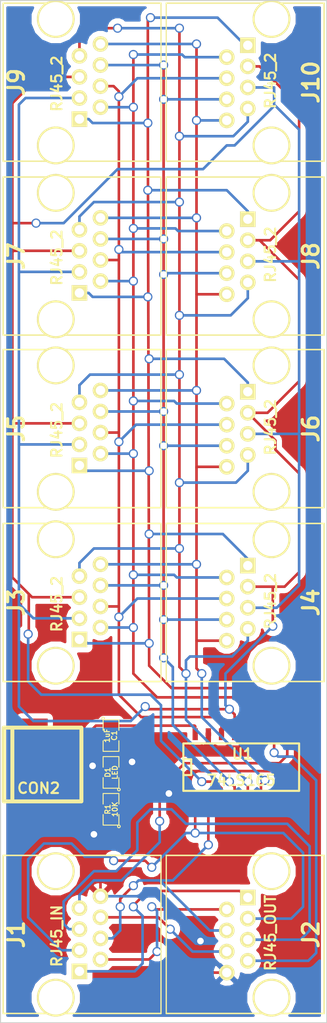
<source format=kicad_pcb>
(kicad_pcb (version 3) (host pcbnew "(22-Jun-2014 BZR 4027)-stable")

  (general
    (links 84)
    (no_connects 0)
    (area 18.5674 39.32301 51.637001 138.226001)
    (thickness 1.6)
    (drawings 4)
    (tracks 483)
    (zones 0)
    (modules 15)
    (nets 20)
  )

  (page A4 portrait)
  (layers
    (15 F.Cu signal)
    (0 B.Cu signal)
    (16 B.Adhes user)
    (17 F.Adhes user)
    (18 B.Paste user)
    (19 F.Paste user)
    (20 B.SilkS user)
    (21 F.SilkS user)
    (22 B.Mask user)
    (23 F.Mask user)
    (24 Dwgs.User user)
    (25 Cmts.User user)
    (26 Eco1.User user)
    (27 Eco2.User user)
    (28 Edge.Cuts user)
  )

  (setup
    (last_trace_width 0.254)
    (trace_clearance 0.254)
    (zone_clearance 0.508)
    (zone_45_only no)
    (trace_min 0.254)
    (segment_width 0.2)
    (edge_width 0.1)
    (via_size 0.889)
    (via_drill 0.635)
    (via_min_size 0.889)
    (via_min_drill 0.508)
    (uvia_size 0.508)
    (uvia_drill 0.127)
    (uvias_allowed no)
    (uvia_min_size 0.508)
    (uvia_min_drill 0.127)
    (pcb_text_width 0.3)
    (pcb_text_size 1.5 1.5)
    (mod_edge_width 0.15)
    (mod_text_size 1 1)
    (mod_text_width 0.15)
    (pad_size 1.5 1.5)
    (pad_drill 0.6)
    (pad_to_mask_clearance 0)
    (aux_axis_origin 0 0)
    (visible_elements 7FFFFFFF)
    (pcbplotparams
      (layerselection 3178497)
      (usegerberextensions true)
      (excludeedgelayer true)
      (linewidth 0.150000)
      (plotframeref false)
      (viasonmask false)
      (mode 1)
      (useauxorigin false)
      (hpglpennumber 1)
      (hpglpenspeed 20)
      (hpglpendiameter 15)
      (hpglpenoverlay 2)
      (psnegative false)
      (psa4output false)
      (plotreference true)
      (plotvalue true)
      (plotothertext true)
      (plotinvisibletext false)
      (padsonsilk false)
      (subtractmaskfromsilk false)
      (outputformat 1)
      (mirror false)
      (drillshape 1)
      (scaleselection 1)
      (outputdirectory ""))
  )

  (net 0 "")
  (net 1 /S1)
  (net 2 /S2)
  (net 3 /S3)
  (net 4 /S4)
  (net 5 /S5)
  (net 6 /S6)
  (net 7 /S7)
  (net 8 /S8)
  (net 9 GND)
  (net 10 N-0000013)
  (net 11 N-0000014)
  (net 12 N-0000015)
  (net 13 N-0000016)
  (net 14 N-0000017)
  (net 15 N-0000018)
  (net 16 N-0000019)
  (net 17 N-0000020)
  (net 18 N-0000021)
  (net 19 VCC)

  (net_class Default "This is the default net class."
    (clearance 0.254)
    (trace_width 0.254)
    (via_dia 0.889)
    (via_drill 0.635)
    (uvia_dia 0.508)
    (uvia_drill 0.127)
    (add_net "")
    (add_net /S1)
    (add_net /S2)
    (add_net /S3)
    (add_net /S4)
    (add_net /S5)
    (add_net /S6)
    (add_net /S7)
    (add_net /S8)
    (add_net GND)
    (add_net N-0000013)
    (add_net N-0000014)
    (add_net N-0000015)
    (add_net N-0000016)
    (add_net N-0000017)
    (add_net N-0000018)
    (add_net N-0000019)
    (add_net N-0000020)
    (add_net N-0000021)
    (add_net VCC)
  )

  (module SO16N (layer F.Cu) (tedit 200000) (tstamp 610E7B5A)
    (at 43.307 113.538)
    (descr "Module CMS SOJ 16 pins large")
    (tags "CMS SOJ")
    (path /60E1D02B)
    (attr smd)
    (fp_text reference U1 (at 0.127 -1.27) (layer F.SilkS)
      (effects (font (size 1.016 1.016) (thickness 0.2032)))
    )
    (fp_text value 74LS165 (at 0 1.27) (layer F.SilkS)
      (effects (font (size 1.016 1.016) (thickness 0.2032)))
    )
    (fp_line (start -5.588 -0.762) (end -4.826 -0.762) (layer F.SilkS) (width 0.2032))
    (fp_line (start -4.826 -0.762) (end -4.826 0.762) (layer F.SilkS) (width 0.2032))
    (fp_line (start -4.826 0.762) (end -5.588 0.762) (layer F.SilkS) (width 0.2032))
    (fp_line (start 5.588 -2.286) (end 5.588 2.286) (layer F.SilkS) (width 0.2032))
    (fp_line (start 5.588 2.286) (end -5.588 2.286) (layer F.SilkS) (width 0.2032))
    (fp_line (start -5.588 2.286) (end -5.588 -2.286) (layer F.SilkS) (width 0.2032))
    (fp_line (start -5.588 -2.286) (end 5.588 -2.286) (layer F.SilkS) (width 0.2032))
    (pad 16 smd rect (at -4.445 -3.175) (size 0.508 1.143)
      (layers F.Cu F.Paste F.Mask)
      (net 19 VCC)
    )
    (pad 14 smd rect (at -1.905 -3.175) (size 0.508 1.143)
      (layers F.Cu F.Paste F.Mask)
      (net 4 /S4)
    )
    (pad 13 smd rect (at -0.635 -3.175) (size 0.508 1.143)
      (layers F.Cu F.Paste F.Mask)
      (net 3 /S3)
    )
    (pad 12 smd rect (at 0.635 -3.175) (size 0.508 1.143)
      (layers F.Cu F.Paste F.Mask)
      (net 2 /S2)
    )
    (pad 11 smd rect (at 1.905 -3.175) (size 0.508 1.143)
      (layers F.Cu F.Paste F.Mask)
      (net 1 /S1)
    )
    (pad 10 smd rect (at 3.175 -3.175) (size 0.508 1.143)
      (layers F.Cu F.Paste F.Mask)
      (net 14 N-0000017)
    )
    (pad 9 smd rect (at 4.445 -3.175) (size 0.508 1.143)
      (layers F.Cu F.Paste F.Mask)
      (net 10 N-0000013)
    )
    (pad 8 smd rect (at 4.445 3.175) (size 0.508 1.143)
      (layers F.Cu F.Paste F.Mask)
      (net 9 GND)
    )
    (pad 7 smd rect (at 3.175 3.175) (size 0.508 1.143)
      (layers F.Cu F.Paste F.Mask)
    )
    (pad 6 smd rect (at 1.905 3.175) (size 0.508 1.143)
      (layers F.Cu F.Paste F.Mask)
      (net 8 /S8)
    )
    (pad 5 smd rect (at 0.635 3.175) (size 0.508 1.143)
      (layers F.Cu F.Paste F.Mask)
      (net 7 /S7)
    )
    (pad 4 smd rect (at -0.635 3.175) (size 0.508 1.143)
      (layers F.Cu F.Paste F.Mask)
      (net 6 /S6)
    )
    (pad 3 smd rect (at -1.905 3.175) (size 0.508 1.143)
      (layers F.Cu F.Paste F.Mask)
      (net 5 /S5)
    )
    (pad 2 smd rect (at -3.175 3.175) (size 0.508 1.143)
      (layers F.Cu F.Paste F.Mask)
      (net 16 N-0000019)
    )
    (pad 1 smd rect (at -4.445 3.175) (size 0.508 1.143)
      (layers F.Cu F.Paste F.Mask)
      (net 17 N-0000020)
    )
    (pad 15 smd rect (at -3.175 -3.175) (size 0.508 1.143)
      (layers F.Cu F.Paste F.Mask)
      (net 9 GND)
    )
    (model smd/cms_so16.wrl
      (at (xyz 0 0 0))
      (scale (xyz 0.5 0.4 0.5))
      (rotate (xyz 0 0 0))
    )
  )

  (module SM0805 (layer F.Cu) (tedit 5091495C) (tstamp 610E7B67)
    (at 30.734 110.49 270)
    (path /60E1D099)
    (attr smd)
    (fp_text reference C1 (at 0 -0.3175 270) (layer F.SilkS)
      (effects (font (size 0.50038 0.50038) (thickness 0.10922)))
    )
    (fp_text value 1uF (at 0 0.381 270) (layer F.SilkS)
      (effects (font (size 0.50038 0.50038) (thickness 0.10922)))
    )
    (fp_circle (center -1.651 0.762) (end -1.651 0.635) (layer F.SilkS) (width 0.09906))
    (fp_line (start -0.508 0.762) (end -1.524 0.762) (layer F.SilkS) (width 0.09906))
    (fp_line (start -1.524 0.762) (end -1.524 -0.762) (layer F.SilkS) (width 0.09906))
    (fp_line (start -1.524 -0.762) (end -0.508 -0.762) (layer F.SilkS) (width 0.09906))
    (fp_line (start 0.508 -0.762) (end 1.524 -0.762) (layer F.SilkS) (width 0.09906))
    (fp_line (start 1.524 -0.762) (end 1.524 0.762) (layer F.SilkS) (width 0.09906))
    (fp_line (start 1.524 0.762) (end 0.508 0.762) (layer F.SilkS) (width 0.09906))
    (pad 1 smd rect (at -0.9525 0 270) (size 0.889 1.397)
      (layers F.Cu F.Paste F.Mask)
      (net 19 VCC)
    )
    (pad 2 smd rect (at 0.9525 0 270) (size 0.889 1.397)
      (layers F.Cu F.Paste F.Mask)
      (net 9 GND)
    )
    (model smd/chip_cms.wrl
      (at (xyz 0 0 0))
      (scale (xyz 0.1 0.1 0.1))
      (rotate (xyz 0 0 0))
    )
  )

  (module SM0805 (layer F.Cu) (tedit 5091495C) (tstamp 610E7B74)
    (at 30.734 114.046 90)
    (path /60E1D0A8)
    (attr smd)
    (fp_text reference D1 (at 0 -0.3175 90) (layer F.SilkS)
      (effects (font (size 0.50038 0.50038) (thickness 0.10922)))
    )
    (fp_text value LED (at 0 0.381 90) (layer F.SilkS)
      (effects (font (size 0.50038 0.50038) (thickness 0.10922)))
    )
    (fp_circle (center -1.651 0.762) (end -1.651 0.635) (layer F.SilkS) (width 0.09906))
    (fp_line (start -0.508 0.762) (end -1.524 0.762) (layer F.SilkS) (width 0.09906))
    (fp_line (start -1.524 0.762) (end -1.524 -0.762) (layer F.SilkS) (width 0.09906))
    (fp_line (start -1.524 -0.762) (end -0.508 -0.762) (layer F.SilkS) (width 0.09906))
    (fp_line (start 0.508 -0.762) (end 1.524 -0.762) (layer F.SilkS) (width 0.09906))
    (fp_line (start 1.524 -0.762) (end 1.524 0.762) (layer F.SilkS) (width 0.09906))
    (fp_line (start 1.524 0.762) (end 0.508 0.762) (layer F.SilkS) (width 0.09906))
    (pad 1 smd rect (at -0.9525 0 90) (size 0.889 1.397)
      (layers F.Cu F.Paste F.Mask)
      (net 18 N-0000021)
    )
    (pad 2 smd rect (at 0.9525 0 90) (size 0.889 1.397)
      (layers F.Cu F.Paste F.Mask)
      (net 9 GND)
    )
    (model smd/chip_cms.wrl
      (at (xyz 0 0 0))
      (scale (xyz 0.1 0.1 0.1))
      (rotate (xyz 0 0 0))
    )
  )

  (module SM0805 (layer F.Cu) (tedit 5091495C) (tstamp 610E7B81)
    (at 30.734 117.602 90)
    (path /60E1D0C6)
    (attr smd)
    (fp_text reference R1 (at 0 -0.3175 90) (layer F.SilkS)
      (effects (font (size 0.50038 0.50038) (thickness 0.10922)))
    )
    (fp_text value 10K (at 0 0.381 90) (layer F.SilkS)
      (effects (font (size 0.50038 0.50038) (thickness 0.10922)))
    )
    (fp_circle (center -1.651 0.762) (end -1.651 0.635) (layer F.SilkS) (width 0.09906))
    (fp_line (start -0.508 0.762) (end -1.524 0.762) (layer F.SilkS) (width 0.09906))
    (fp_line (start -1.524 0.762) (end -1.524 -0.762) (layer F.SilkS) (width 0.09906))
    (fp_line (start -1.524 -0.762) (end -0.508 -0.762) (layer F.SilkS) (width 0.09906))
    (fp_line (start 0.508 -0.762) (end 1.524 -0.762) (layer F.SilkS) (width 0.09906))
    (fp_line (start 1.524 -0.762) (end 1.524 0.762) (layer F.SilkS) (width 0.09906))
    (fp_line (start 1.524 0.762) (end 0.508 0.762) (layer F.SilkS) (width 0.09906))
    (pad 1 smd rect (at -0.9525 0 90) (size 0.889 1.397)
      (layers F.Cu F.Paste F.Mask)
      (net 19 VCC)
    )
    (pad 2 smd rect (at 0.9525 0 90) (size 0.889 1.397)
      (layers F.Cu F.Paste F.Mask)
      (net 18 N-0000021)
    )
    (model smd/chip_cms.wrl
      (at (xyz 0 0 0))
      (scale (xyz 0.1 0.1 0.1))
      (rotate (xyz 0 0 0))
    )
  )

  (module RJ45_8_io0 (layer F.Cu) (tedit 5E9D6976) (tstamp 610E7B93)
    (at 25.4 129.667 270)
    (tags RJ45_8_io0)
    (path /60E1D00D)
    (fp_text reference J1 (at 0 3.81 270) (layer F.SilkS)
      (effects (font (size 1.524 1.524) (thickness 0.3048)))
    )
    (fp_text value RJ45_IN (at 0.14224 -0.1016 270) (layer F.SilkS)
      (effects (font (size 1.00076 1.00076) (thickness 0.2032)))
    )
    (fp_line (start 7.62 -10.16) (end 7.62 5.08) (layer F.SilkS) (width 0.15))
    (fp_line (start -7.62 5.08) (end 7.62 5.08) (layer F.SilkS) (width 0.15))
    (fp_line (start -7.62 -10.16) (end -7.62 5.08) (layer F.SilkS) (width 0.15))
    (fp_line (start 7.62 -10.16) (end -7.62 -10.16) (layer F.SilkS) (width 0.127))
    (pad Hole thru_hole circle (at 6.096 0 270) (size 3.64998 3.64998) (drill 3.2512)
      (layers *.Cu *.Mask F.SilkS)
    )
    (pad Hole thru_hole circle (at -6.096 0 270) (size 3.64998 3.64998) (drill 3.2512)
      (layers *.Cu *.Mask F.SilkS)
    )
    (pad 1 thru_hole rect (at 3.556 -2.286 90) (size 1.50114 1.50114) (drill 0.89916)
      (layers *.Cu *.Mask F.SilkS)
      (net 15 N-0000018)
    )
    (pad 2 thru_hole circle (at 2.413 -4.318 90) (size 1.50114 1.50114) (drill 0.89916)
      (layers *.Cu *.Mask F.SilkS)
      (net 11 N-0000014)
    )
    (pad 3 thru_hole circle (at 1.524 -2.286 90) (size 1.50114 1.50114) (drill 0.89916)
      (layers *.Cu *.Mask F.SilkS)
      (net 17 N-0000020)
    )
    (pad 4 thru_hole circle (at 0.381 -4.318 90) (size 1.50114 1.50114) (drill 0.89916)
      (layers *.Cu *.Mask F.SilkS)
      (net 16 N-0000019)
    )
    (pad 5 thru_hole circle (at -0.508 -2.286 90) (size 1.50114 1.50114) (drill 0.89916)
      (layers *.Cu *.Mask F.SilkS)
      (net 13 N-0000016)
    )
    (pad 6 thru_hole circle (at -1.651 -4.318 90) (size 1.50114 1.50114) (drill 0.89916)
      (layers *.Cu *.Mask F.SilkS)
      (net 12 N-0000015)
    )
    (pad 7 thru_hole circle (at -2.54 -2.286 90) (size 1.50114 1.50114) (drill 0.89916)
      (layers *.Cu *.Mask F.SilkS)
      (net 10 N-0000013)
    )
    (pad 8 thru_hole circle (at -3.683 -4.318 90) (size 1.50114 1.50114) (drill 0.89916)
      (layers *.Cu *.Mask F.SilkS)
      (net 9 GND)
    )
    (model connectors/RJ45_8.wrl
      (at (xyz 0 0 0))
      (scale (xyz 0.4 0.4 0.4))
      (rotate (xyz 0 0 0))
    )
  )

  (module RJ45_8_io0 (layer F.Cu) (tedit 5E9D6976) (tstamp 610E7BA5)
    (at 46.228 129.667 90)
    (tags RJ45_8_io0)
    (path /60E1D01C)
    (fp_text reference J2 (at 0 3.81 90) (layer F.SilkS)
      (effects (font (size 1.524 1.524) (thickness 0.3048)))
    )
    (fp_text value RJ45_OUT (at 0.14224 -0.1016 90) (layer F.SilkS)
      (effects (font (size 1.00076 1.00076) (thickness 0.2032)))
    )
    (fp_line (start 7.62 -10.16) (end 7.62 5.08) (layer F.SilkS) (width 0.15))
    (fp_line (start -7.62 5.08) (end 7.62 5.08) (layer F.SilkS) (width 0.15))
    (fp_line (start -7.62 -10.16) (end -7.62 5.08) (layer F.SilkS) (width 0.15))
    (fp_line (start 7.62 -10.16) (end -7.62 -10.16) (layer F.SilkS) (width 0.127))
    (pad Hole thru_hole circle (at 6.096 0 90) (size 3.64998 3.64998) (drill 3.2512)
      (layers *.Cu *.Mask F.SilkS)
    )
    (pad Hole thru_hole circle (at -6.096 0 90) (size 3.64998 3.64998) (drill 3.2512)
      (layers *.Cu *.Mask F.SilkS)
    )
    (pad 1 thru_hole rect (at 3.556 -2.286 270) (size 1.50114 1.50114) (drill 0.89916)
      (layers *.Cu *.Mask F.SilkS)
      (net 15 N-0000018)
    )
    (pad 2 thru_hole circle (at 2.413 -4.318 270) (size 1.50114 1.50114) (drill 0.89916)
      (layers *.Cu *.Mask F.SilkS)
      (net 11 N-0000014)
    )
    (pad 3 thru_hole circle (at 1.524 -2.286 270) (size 1.50114 1.50114) (drill 0.89916)
      (layers *.Cu *.Mask F.SilkS)
      (net 17 N-0000020)
    )
    (pad 4 thru_hole circle (at 0.381 -4.318 270) (size 1.50114 1.50114) (drill 0.89916)
      (layers *.Cu *.Mask F.SilkS)
      (net 16 N-0000019)
    )
    (pad 5 thru_hole circle (at -0.508 -2.286 270) (size 1.50114 1.50114) (drill 0.89916)
      (layers *.Cu *.Mask F.SilkS)
      (net 13 N-0000016)
    )
    (pad 6 thru_hole circle (at -1.651 -4.318 270) (size 1.50114 1.50114) (drill 0.89916)
      (layers *.Cu *.Mask F.SilkS)
      (net 12 N-0000015)
    )
    (pad 7 thru_hole circle (at -2.54 -2.286 270) (size 1.50114 1.50114) (drill 0.89916)
      (layers *.Cu *.Mask F.SilkS)
      (net 14 N-0000017)
    )
    (pad 8 thru_hole circle (at -3.683 -4.318 270) (size 1.50114 1.50114) (drill 0.89916)
      (layers *.Cu *.Mask F.SilkS)
      (net 9 GND)
    )
    (model connectors/RJ45_8.wrl
      (at (xyz 0 0 0))
      (scale (xyz 0.4 0.4 0.4))
      (rotate (xyz 0 0 0))
    )
  )

  (module RJ45_8_io0 (layer F.Cu) (tedit 5E9D6976) (tstamp 610E7BB7)
    (at 25.4 97.663 270)
    (tags RJ45_8_io0)
    (path /610E6B68)
    (fp_text reference J3 (at 0 3.81 270) (layer F.SilkS)
      (effects (font (size 1.524 1.524) (thickness 0.3048)))
    )
    (fp_text value RJ45_2 (at 0.14224 -0.1016 270) (layer F.SilkS)
      (effects (font (size 1.00076 1.00076) (thickness 0.2032)))
    )
    (fp_line (start 7.62 -10.16) (end 7.62 5.08) (layer F.SilkS) (width 0.15))
    (fp_line (start -7.62 5.08) (end 7.62 5.08) (layer F.SilkS) (width 0.15))
    (fp_line (start -7.62 -10.16) (end -7.62 5.08) (layer F.SilkS) (width 0.15))
    (fp_line (start 7.62 -10.16) (end -7.62 -10.16) (layer F.SilkS) (width 0.127))
    (pad Hole thru_hole circle (at 6.096 0 270) (size 3.64998 3.64998) (drill 3.2512)
      (layers *.Cu *.Mask F.SilkS)
    )
    (pad Hole thru_hole circle (at -6.096 0 270) (size 3.64998 3.64998) (drill 3.2512)
      (layers *.Cu *.Mask F.SilkS)
    )
    (pad 1 thru_hole rect (at 3.556 -2.286 90) (size 1.50114 1.50114) (drill 0.89916)
      (layers *.Cu *.Mask F.SilkS)
      (net 1 /S1)
    )
    (pad 2 thru_hole circle (at 2.413 -4.318 90) (size 1.50114 1.50114) (drill 0.89916)
      (layers *.Cu *.Mask F.SilkS)
      (net 2 /S2)
    )
    (pad 3 thru_hole circle (at 1.524 -2.286 90) (size 1.50114 1.50114) (drill 0.89916)
      (layers *.Cu *.Mask F.SilkS)
      (net 3 /S3)
    )
    (pad 4 thru_hole circle (at 0.381 -4.318 90) (size 1.50114 1.50114) (drill 0.89916)
      (layers *.Cu *.Mask F.SilkS)
      (net 4 /S4)
    )
    (pad 5 thru_hole circle (at -0.508 -2.286 90) (size 1.50114 1.50114) (drill 0.89916)
      (layers *.Cu *.Mask F.SilkS)
      (net 5 /S5)
    )
    (pad 6 thru_hole circle (at -1.651 -4.318 90) (size 1.50114 1.50114) (drill 0.89916)
      (layers *.Cu *.Mask F.SilkS)
      (net 6 /S6)
    )
    (pad 7 thru_hole circle (at -2.54 -2.286 90) (size 1.50114 1.50114) (drill 0.89916)
      (layers *.Cu *.Mask F.SilkS)
      (net 7 /S7)
    )
    (pad 8 thru_hole circle (at -3.683 -4.318 90) (size 1.50114 1.50114) (drill 0.89916)
      (layers *.Cu *.Mask F.SilkS)
      (net 8 /S8)
    )
    (model connectors/RJ45_8.wrl
      (at (xyz 0 0 0))
      (scale (xyz 0.4 0.4 0.4))
      (rotate (xyz 0 0 0))
    )
  )

  (module RJ45_8_io0 (layer F.Cu) (tedit 5E9D6976) (tstamp 610E7BC9)
    (at 46.228 97.663 90)
    (tags RJ45_8_io0)
    (path /610E6BA8)
    (fp_text reference J4 (at 0 3.81 90) (layer F.SilkS)
      (effects (font (size 1.524 1.524) (thickness 0.3048)))
    )
    (fp_text value RJ45_2 (at 0.14224 -0.1016 90) (layer F.SilkS)
      (effects (font (size 1.00076 1.00076) (thickness 0.2032)))
    )
    (fp_line (start 7.62 -10.16) (end 7.62 5.08) (layer F.SilkS) (width 0.15))
    (fp_line (start -7.62 5.08) (end 7.62 5.08) (layer F.SilkS) (width 0.15))
    (fp_line (start -7.62 -10.16) (end -7.62 5.08) (layer F.SilkS) (width 0.15))
    (fp_line (start 7.62 -10.16) (end -7.62 -10.16) (layer F.SilkS) (width 0.127))
    (pad Hole thru_hole circle (at 6.096 0 90) (size 3.64998 3.64998) (drill 3.2512)
      (layers *.Cu *.Mask F.SilkS)
    )
    (pad Hole thru_hole circle (at -6.096 0 90) (size 3.64998 3.64998) (drill 3.2512)
      (layers *.Cu *.Mask F.SilkS)
    )
    (pad 1 thru_hole rect (at 3.556 -2.286 270) (size 1.50114 1.50114) (drill 0.89916)
      (layers *.Cu *.Mask F.SilkS)
      (net 1 /S1)
    )
    (pad 2 thru_hole circle (at 2.413 -4.318 270) (size 1.50114 1.50114) (drill 0.89916)
      (layers *.Cu *.Mask F.SilkS)
      (net 2 /S2)
    )
    (pad 3 thru_hole circle (at 1.524 -2.286 270) (size 1.50114 1.50114) (drill 0.89916)
      (layers *.Cu *.Mask F.SilkS)
      (net 3 /S3)
    )
    (pad 4 thru_hole circle (at 0.381 -4.318 270) (size 1.50114 1.50114) (drill 0.89916)
      (layers *.Cu *.Mask F.SilkS)
      (net 4 /S4)
    )
    (pad 5 thru_hole circle (at -0.508 -2.286 270) (size 1.50114 1.50114) (drill 0.89916)
      (layers *.Cu *.Mask F.SilkS)
      (net 5 /S5)
    )
    (pad 6 thru_hole circle (at -1.651 -4.318 270) (size 1.50114 1.50114) (drill 0.89916)
      (layers *.Cu *.Mask F.SilkS)
      (net 6 /S6)
    )
    (pad 7 thru_hole circle (at -2.54 -2.286 270) (size 1.50114 1.50114) (drill 0.89916)
      (layers *.Cu *.Mask F.SilkS)
      (net 7 /S7)
    )
    (pad 8 thru_hole circle (at -3.683 -4.318 270) (size 1.50114 1.50114) (drill 0.89916)
      (layers *.Cu *.Mask F.SilkS)
      (net 8 /S8)
    )
    (model connectors/RJ45_8.wrl
      (at (xyz 0 0 0))
      (scale (xyz 0.4 0.4 0.4))
      (rotate (xyz 0 0 0))
    )
  )

  (module RJ45_8_io0 (layer F.Cu) (tedit 5E9D6976) (tstamp 610E7BDB)
    (at 25.4 80.899 270)
    (tags RJ45_8_io0)
    (path /610E6BB7)
    (fp_text reference J5 (at 0 3.81 270) (layer F.SilkS)
      (effects (font (size 1.524 1.524) (thickness 0.3048)))
    )
    (fp_text value RJ45_2 (at 0.14224 -0.1016 270) (layer F.SilkS)
      (effects (font (size 1.00076 1.00076) (thickness 0.2032)))
    )
    (fp_line (start 7.62 -10.16) (end 7.62 5.08) (layer F.SilkS) (width 0.15))
    (fp_line (start -7.62 5.08) (end 7.62 5.08) (layer F.SilkS) (width 0.15))
    (fp_line (start -7.62 -10.16) (end -7.62 5.08) (layer F.SilkS) (width 0.15))
    (fp_line (start 7.62 -10.16) (end -7.62 -10.16) (layer F.SilkS) (width 0.127))
    (pad Hole thru_hole circle (at 6.096 0 270) (size 3.64998 3.64998) (drill 3.2512)
      (layers *.Cu *.Mask F.SilkS)
    )
    (pad Hole thru_hole circle (at -6.096 0 270) (size 3.64998 3.64998) (drill 3.2512)
      (layers *.Cu *.Mask F.SilkS)
    )
    (pad 1 thru_hole rect (at 3.556 -2.286 90) (size 1.50114 1.50114) (drill 0.89916)
      (layers *.Cu *.Mask F.SilkS)
      (net 1 /S1)
    )
    (pad 2 thru_hole circle (at 2.413 -4.318 90) (size 1.50114 1.50114) (drill 0.89916)
      (layers *.Cu *.Mask F.SilkS)
      (net 2 /S2)
    )
    (pad 3 thru_hole circle (at 1.524 -2.286 90) (size 1.50114 1.50114) (drill 0.89916)
      (layers *.Cu *.Mask F.SilkS)
      (net 3 /S3)
    )
    (pad 4 thru_hole circle (at 0.381 -4.318 90) (size 1.50114 1.50114) (drill 0.89916)
      (layers *.Cu *.Mask F.SilkS)
      (net 4 /S4)
    )
    (pad 5 thru_hole circle (at -0.508 -2.286 90) (size 1.50114 1.50114) (drill 0.89916)
      (layers *.Cu *.Mask F.SilkS)
      (net 5 /S5)
    )
    (pad 6 thru_hole circle (at -1.651 -4.318 90) (size 1.50114 1.50114) (drill 0.89916)
      (layers *.Cu *.Mask F.SilkS)
      (net 6 /S6)
    )
    (pad 7 thru_hole circle (at -2.54 -2.286 90) (size 1.50114 1.50114) (drill 0.89916)
      (layers *.Cu *.Mask F.SilkS)
      (net 7 /S7)
    )
    (pad 8 thru_hole circle (at -3.683 -4.318 90) (size 1.50114 1.50114) (drill 0.89916)
      (layers *.Cu *.Mask F.SilkS)
      (net 8 /S8)
    )
    (model connectors/RJ45_8.wrl
      (at (xyz 0 0 0))
      (scale (xyz 0.4 0.4 0.4))
      (rotate (xyz 0 0 0))
    )
  )

  (module RJ45_8_io0 (layer F.Cu) (tedit 5E9D6976) (tstamp 610E7BED)
    (at 46.228 80.899 90)
    (tags RJ45_8_io0)
    (path /610E6BC6)
    (fp_text reference J6 (at 0 3.81 90) (layer F.SilkS)
      (effects (font (size 1.524 1.524) (thickness 0.3048)))
    )
    (fp_text value RJ45_2 (at 0.14224 -0.1016 90) (layer F.SilkS)
      (effects (font (size 1.00076 1.00076) (thickness 0.2032)))
    )
    (fp_line (start 7.62 -10.16) (end 7.62 5.08) (layer F.SilkS) (width 0.15))
    (fp_line (start -7.62 5.08) (end 7.62 5.08) (layer F.SilkS) (width 0.15))
    (fp_line (start -7.62 -10.16) (end -7.62 5.08) (layer F.SilkS) (width 0.15))
    (fp_line (start 7.62 -10.16) (end -7.62 -10.16) (layer F.SilkS) (width 0.127))
    (pad Hole thru_hole circle (at 6.096 0 90) (size 3.64998 3.64998) (drill 3.2512)
      (layers *.Cu *.Mask F.SilkS)
    )
    (pad Hole thru_hole circle (at -6.096 0 90) (size 3.64998 3.64998) (drill 3.2512)
      (layers *.Cu *.Mask F.SilkS)
    )
    (pad 1 thru_hole rect (at 3.556 -2.286 270) (size 1.50114 1.50114) (drill 0.89916)
      (layers *.Cu *.Mask F.SilkS)
      (net 1 /S1)
    )
    (pad 2 thru_hole circle (at 2.413 -4.318 270) (size 1.50114 1.50114) (drill 0.89916)
      (layers *.Cu *.Mask F.SilkS)
      (net 2 /S2)
    )
    (pad 3 thru_hole circle (at 1.524 -2.286 270) (size 1.50114 1.50114) (drill 0.89916)
      (layers *.Cu *.Mask F.SilkS)
      (net 3 /S3)
    )
    (pad 4 thru_hole circle (at 0.381 -4.318 270) (size 1.50114 1.50114) (drill 0.89916)
      (layers *.Cu *.Mask F.SilkS)
      (net 4 /S4)
    )
    (pad 5 thru_hole circle (at -0.508 -2.286 270) (size 1.50114 1.50114) (drill 0.89916)
      (layers *.Cu *.Mask F.SilkS)
      (net 5 /S5)
    )
    (pad 6 thru_hole circle (at -1.651 -4.318 270) (size 1.50114 1.50114) (drill 0.89916)
      (layers *.Cu *.Mask F.SilkS)
      (net 6 /S6)
    )
    (pad 7 thru_hole circle (at -2.54 -2.286 270) (size 1.50114 1.50114) (drill 0.89916)
      (layers *.Cu *.Mask F.SilkS)
      (net 7 /S7)
    )
    (pad 8 thru_hole circle (at -3.683 -4.318 270) (size 1.50114 1.50114) (drill 0.89916)
      (layers *.Cu *.Mask F.SilkS)
      (net 8 /S8)
    )
    (model connectors/RJ45_8.wrl
      (at (xyz 0 0 0))
      (scale (xyz 0.4 0.4 0.4))
      (rotate (xyz 0 0 0))
    )
  )

  (module RJ45_8_io0 (layer F.Cu) (tedit 5E9D6976) (tstamp 610E7BFF)
    (at 25.4 64.262 270)
    (tags RJ45_8_io0)
    (path /610E6BD4)
    (fp_text reference J7 (at 0 3.81 270) (layer F.SilkS)
      (effects (font (size 1.524 1.524) (thickness 0.3048)))
    )
    (fp_text value RJ45_2 (at 0.14224 -0.1016 270) (layer F.SilkS)
      (effects (font (size 1.00076 1.00076) (thickness 0.2032)))
    )
    (fp_line (start 7.62 -10.16) (end 7.62 5.08) (layer F.SilkS) (width 0.15))
    (fp_line (start -7.62 5.08) (end 7.62 5.08) (layer F.SilkS) (width 0.15))
    (fp_line (start -7.62 -10.16) (end -7.62 5.08) (layer F.SilkS) (width 0.15))
    (fp_line (start 7.62 -10.16) (end -7.62 -10.16) (layer F.SilkS) (width 0.127))
    (pad Hole thru_hole circle (at 6.096 0 270) (size 3.64998 3.64998) (drill 3.2512)
      (layers *.Cu *.Mask F.SilkS)
    )
    (pad Hole thru_hole circle (at -6.096 0 270) (size 3.64998 3.64998) (drill 3.2512)
      (layers *.Cu *.Mask F.SilkS)
    )
    (pad 1 thru_hole rect (at 3.556 -2.286 90) (size 1.50114 1.50114) (drill 0.89916)
      (layers *.Cu *.Mask F.SilkS)
      (net 1 /S1)
    )
    (pad 2 thru_hole circle (at 2.413 -4.318 90) (size 1.50114 1.50114) (drill 0.89916)
      (layers *.Cu *.Mask F.SilkS)
      (net 2 /S2)
    )
    (pad 3 thru_hole circle (at 1.524 -2.286 90) (size 1.50114 1.50114) (drill 0.89916)
      (layers *.Cu *.Mask F.SilkS)
      (net 3 /S3)
    )
    (pad 4 thru_hole circle (at 0.381 -4.318 90) (size 1.50114 1.50114) (drill 0.89916)
      (layers *.Cu *.Mask F.SilkS)
      (net 4 /S4)
    )
    (pad 5 thru_hole circle (at -0.508 -2.286 90) (size 1.50114 1.50114) (drill 0.89916)
      (layers *.Cu *.Mask F.SilkS)
      (net 5 /S5)
    )
    (pad 6 thru_hole circle (at -1.651 -4.318 90) (size 1.50114 1.50114) (drill 0.89916)
      (layers *.Cu *.Mask F.SilkS)
      (net 6 /S6)
    )
    (pad 7 thru_hole circle (at -2.54 -2.286 90) (size 1.50114 1.50114) (drill 0.89916)
      (layers *.Cu *.Mask F.SilkS)
      (net 7 /S7)
    )
    (pad 8 thru_hole circle (at -3.683 -4.318 90) (size 1.50114 1.50114) (drill 0.89916)
      (layers *.Cu *.Mask F.SilkS)
      (net 8 /S8)
    )
    (model connectors/RJ45_8.wrl
      (at (xyz 0 0 0))
      (scale (xyz 0.4 0.4 0.4))
      (rotate (xyz 0 0 0))
    )
  )

  (module RJ45_8_io0 (layer F.Cu) (tedit 5E9D6976) (tstamp 610E7C11)
    (at 46.228 64.262 90)
    (tags RJ45_8_io0)
    (path /610E6BDA)
    (fp_text reference J8 (at 0 3.81 90) (layer F.SilkS)
      (effects (font (size 1.524 1.524) (thickness 0.3048)))
    )
    (fp_text value RJ45_2 (at 0.14224 -0.1016 90) (layer F.SilkS)
      (effects (font (size 1.00076 1.00076) (thickness 0.2032)))
    )
    (fp_line (start 7.62 -10.16) (end 7.62 5.08) (layer F.SilkS) (width 0.15))
    (fp_line (start -7.62 5.08) (end 7.62 5.08) (layer F.SilkS) (width 0.15))
    (fp_line (start -7.62 -10.16) (end -7.62 5.08) (layer F.SilkS) (width 0.15))
    (fp_line (start 7.62 -10.16) (end -7.62 -10.16) (layer F.SilkS) (width 0.127))
    (pad Hole thru_hole circle (at 6.096 0 90) (size 3.64998 3.64998) (drill 3.2512)
      (layers *.Cu *.Mask F.SilkS)
    )
    (pad Hole thru_hole circle (at -6.096 0 90) (size 3.64998 3.64998) (drill 3.2512)
      (layers *.Cu *.Mask F.SilkS)
    )
    (pad 1 thru_hole rect (at 3.556 -2.286 270) (size 1.50114 1.50114) (drill 0.89916)
      (layers *.Cu *.Mask F.SilkS)
      (net 1 /S1)
    )
    (pad 2 thru_hole circle (at 2.413 -4.318 270) (size 1.50114 1.50114) (drill 0.89916)
      (layers *.Cu *.Mask F.SilkS)
      (net 2 /S2)
    )
    (pad 3 thru_hole circle (at 1.524 -2.286 270) (size 1.50114 1.50114) (drill 0.89916)
      (layers *.Cu *.Mask F.SilkS)
      (net 3 /S3)
    )
    (pad 4 thru_hole circle (at 0.381 -4.318 270) (size 1.50114 1.50114) (drill 0.89916)
      (layers *.Cu *.Mask F.SilkS)
      (net 4 /S4)
    )
    (pad 5 thru_hole circle (at -0.508 -2.286 270) (size 1.50114 1.50114) (drill 0.89916)
      (layers *.Cu *.Mask F.SilkS)
      (net 5 /S5)
    )
    (pad 6 thru_hole circle (at -1.651 -4.318 270) (size 1.50114 1.50114) (drill 0.89916)
      (layers *.Cu *.Mask F.SilkS)
      (net 6 /S6)
    )
    (pad 7 thru_hole circle (at -2.54 -2.286 270) (size 1.50114 1.50114) (drill 0.89916)
      (layers *.Cu *.Mask F.SilkS)
      (net 7 /S7)
    )
    (pad 8 thru_hole circle (at -3.683 -4.318 270) (size 1.50114 1.50114) (drill 0.89916)
      (layers *.Cu *.Mask F.SilkS)
      (net 8 /S8)
    )
    (model connectors/RJ45_8.wrl
      (at (xyz 0 0 0))
      (scale (xyz 0.4 0.4 0.4))
      (rotate (xyz 0 0 0))
    )
  )

  (module RJ45_8_io0 (layer F.Cu) (tedit 5E9D6976) (tstamp 610E7C23)
    (at 25.4 47.498 270)
    (tags RJ45_8_io0)
    (path /610E6BE0)
    (fp_text reference J9 (at 0 3.81 270) (layer F.SilkS)
      (effects (font (size 1.524 1.524) (thickness 0.3048)))
    )
    (fp_text value RJ45_2 (at 0.14224 -0.1016 270) (layer F.SilkS)
      (effects (font (size 1.00076 1.00076) (thickness 0.2032)))
    )
    (fp_line (start 7.62 -10.16) (end 7.62 5.08) (layer F.SilkS) (width 0.15))
    (fp_line (start -7.62 5.08) (end 7.62 5.08) (layer F.SilkS) (width 0.15))
    (fp_line (start -7.62 -10.16) (end -7.62 5.08) (layer F.SilkS) (width 0.15))
    (fp_line (start 7.62 -10.16) (end -7.62 -10.16) (layer F.SilkS) (width 0.127))
    (pad Hole thru_hole circle (at 6.096 0 270) (size 3.64998 3.64998) (drill 3.2512)
      (layers *.Cu *.Mask F.SilkS)
    )
    (pad Hole thru_hole circle (at -6.096 0 270) (size 3.64998 3.64998) (drill 3.2512)
      (layers *.Cu *.Mask F.SilkS)
    )
    (pad 1 thru_hole rect (at 3.556 -2.286 90) (size 1.50114 1.50114) (drill 0.89916)
      (layers *.Cu *.Mask F.SilkS)
      (net 1 /S1)
    )
    (pad 2 thru_hole circle (at 2.413 -4.318 90) (size 1.50114 1.50114) (drill 0.89916)
      (layers *.Cu *.Mask F.SilkS)
      (net 2 /S2)
    )
    (pad 3 thru_hole circle (at 1.524 -2.286 90) (size 1.50114 1.50114) (drill 0.89916)
      (layers *.Cu *.Mask F.SilkS)
      (net 3 /S3)
    )
    (pad 4 thru_hole circle (at 0.381 -4.318 90) (size 1.50114 1.50114) (drill 0.89916)
      (layers *.Cu *.Mask F.SilkS)
      (net 4 /S4)
    )
    (pad 5 thru_hole circle (at -0.508 -2.286 90) (size 1.50114 1.50114) (drill 0.89916)
      (layers *.Cu *.Mask F.SilkS)
      (net 5 /S5)
    )
    (pad 6 thru_hole circle (at -1.651 -4.318 90) (size 1.50114 1.50114) (drill 0.89916)
      (layers *.Cu *.Mask F.SilkS)
      (net 6 /S6)
    )
    (pad 7 thru_hole circle (at -2.54 -2.286 90) (size 1.50114 1.50114) (drill 0.89916)
      (layers *.Cu *.Mask F.SilkS)
      (net 7 /S7)
    )
    (pad 8 thru_hole circle (at -3.683 -4.318 90) (size 1.50114 1.50114) (drill 0.89916)
      (layers *.Cu *.Mask F.SilkS)
      (net 8 /S8)
    )
    (model connectors/RJ45_8.wrl
      (at (xyz 0 0 0))
      (scale (xyz 0.4 0.4 0.4))
      (rotate (xyz 0 0 0))
    )
  )

  (module RJ45_8_io0 (layer F.Cu) (tedit 5E9D6976) (tstamp 610E7C35)
    (at 46.228 47.498 90)
    (tags RJ45_8_io0)
    (path /610E6BE6)
    (fp_text reference J10 (at 0 3.81 90) (layer F.SilkS)
      (effects (font (size 1.524 1.524) (thickness 0.3048)))
    )
    (fp_text value RJ45_2 (at 0.14224 -0.1016 90) (layer F.SilkS)
      (effects (font (size 1.00076 1.00076) (thickness 0.2032)))
    )
    (fp_line (start 7.62 -10.16) (end 7.62 5.08) (layer F.SilkS) (width 0.15))
    (fp_line (start -7.62 5.08) (end 7.62 5.08) (layer F.SilkS) (width 0.15))
    (fp_line (start -7.62 -10.16) (end -7.62 5.08) (layer F.SilkS) (width 0.15))
    (fp_line (start 7.62 -10.16) (end -7.62 -10.16) (layer F.SilkS) (width 0.127))
    (pad Hole thru_hole circle (at 6.096 0 90) (size 3.64998 3.64998) (drill 3.2512)
      (layers *.Cu *.Mask F.SilkS)
    )
    (pad Hole thru_hole circle (at -6.096 0 90) (size 3.64998 3.64998) (drill 3.2512)
      (layers *.Cu *.Mask F.SilkS)
    )
    (pad 1 thru_hole rect (at 3.556 -2.286 270) (size 1.50114 1.50114) (drill 0.89916)
      (layers *.Cu *.Mask F.SilkS)
      (net 1 /S1)
    )
    (pad 2 thru_hole circle (at 2.413 -4.318 270) (size 1.50114 1.50114) (drill 0.89916)
      (layers *.Cu *.Mask F.SilkS)
      (net 2 /S2)
    )
    (pad 3 thru_hole circle (at 1.524 -2.286 270) (size 1.50114 1.50114) (drill 0.89916)
      (layers *.Cu *.Mask F.SilkS)
      (net 3 /S3)
    )
    (pad 4 thru_hole circle (at 0.381 -4.318 270) (size 1.50114 1.50114) (drill 0.89916)
      (layers *.Cu *.Mask F.SilkS)
      (net 4 /S4)
    )
    (pad 5 thru_hole circle (at -0.508 -2.286 270) (size 1.50114 1.50114) (drill 0.89916)
      (layers *.Cu *.Mask F.SilkS)
      (net 5 /S5)
    )
    (pad 6 thru_hole circle (at -1.651 -4.318 270) (size 1.50114 1.50114) (drill 0.89916)
      (layers *.Cu *.Mask F.SilkS)
      (net 6 /S6)
    )
    (pad 7 thru_hole circle (at -2.54 -2.286 270) (size 1.50114 1.50114) (drill 0.89916)
      (layers *.Cu *.Mask F.SilkS)
      (net 7 /S7)
    )
    (pad 8 thru_hole circle (at -3.683 -4.318 270) (size 1.50114 1.50114) (drill 0.89916)
      (layers *.Cu *.Mask F.SilkS)
      (net 8 /S8)
    )
    (model connectors/RJ45_8.wrl
      (at (xyz 0 0 0))
      (scale (xyz 0.4 0.4 0.4))
      (rotate (xyz 0 0 0))
    )
  )

  (module USB_MICRO_B (layer F.Cu) (tedit 6121F77B) (tstamp 6116C6AC)
    (at 23.241 113.538)
    (descr "USB Mini-B 5-pin SMD connector")
    (tags "USB, Mini-B, connector")
    (path /6116C6AF)
    (fp_text reference CON2 (at 0.508 2.032) (layer F.SilkS)
      (effects (font (size 1.016 1.016) (thickness 0.2032)))
    )
    (fp_text value "MICRO USB" (at 0.762 -2.54) (layer F.SilkS) hide
      (effects (font (size 1.016 1.016) (thickness 0.2032)))
    )
    (fp_line (start -2.794 3.302) (end 4.572 3.302) (layer F.SilkS) (width 0.381))
    (fp_line (start 4.572 -3.81) (end -2.794 -3.81) (layer F.SilkS) (width 0.381))
    (fp_line (start 4.6355 -3.81) (end 4.6355 3.302) (layer F.SilkS) (width 0.381))
    (fp_line (start -2.8575 -3.81) (end -2.8575 3.302) (layer F.SilkS) (width 0.381))
    (fp_line (start -2.032 -3.81) (end -2.032 3.302) (layer F.SilkS) (width 0.381))
    (pad 1 smd rect (at 3.44932 -1.6002) (size 2.30124 0.4)
      (layers F.Cu F.Paste F.Mask)
      (net 19 VCC)
    )
    (pad 2 smd rect (at 3.429 -0.889) (size 2.30124 0.4)
      (layers F.Cu F.Paste F.Mask)
    )
    (pad 3 smd rect (at 3.429 -0.254) (size 2.30124 0.4)
      (layers F.Cu F.Paste F.Mask)
    )
    (pad 4 smd rect (at 3.429 0.381) (size 2.30124 0.4)
      (layers F.Cu F.Paste F.Mask)
    )
    (pad 5 smd rect (at 3.429 1.016) (size 2.30124 0.4)
      (layers F.Cu F.Paste F.Mask)
      (net 9 GND)
    )
    (pad 6 smd rect (at 0.127 -3.683) (size 2.49936 1.99898)
      (layers F.Cu F.Paste F.Mask)
    )
    (pad 6 smd rect (at 0.127 3.175) (size 2.49936 1.99898)
      (layers F.Cu F.Paste F.Mask)
    )
  )

  (gr_line (start 20.066 138.176) (end 20.066 39.624) (angle 90) (layer Edge.Cuts) (width 0.1))
  (gr_line (start 51.562 138.176) (end 20.066 138.176) (angle 90) (layer Edge.Cuts) (width 0.1))
  (gr_line (start 51.562 39.624) (end 51.562 138.176) (angle 90) (layer Edge.Cuts) (width 0.1))
  (gr_line (start 20.066 39.624) (end 51.562 39.624) (angle 90) (layer Edge.Cuts) (width 0.1))

  (segment (start 43.942 77.343) (end 43.942 76.454) (width 0.254) (layer B.Cu) (net 1))
  (segment (start 34.345178 74.168174) (end 34.345178 74.168336) (width 0.254) (layer F.Cu) (net 1) (tstamp 610E9076))
  (segment (start 34.416826 74.168174) (end 34.345178 74.168174) (width 0.254) (layer F.Cu) (net 1) (tstamp 610E9075))
  (segment (start 34.417 74.168) (end 34.416826 74.168174) (width 0.254) (layer F.Cu) (net 1) (tstamp 610E9074))
  (via (at 34.417 74.168) (size 0.889) (layers F.Cu B.Cu) (net 1))
  (segment (start 41.656 74.168) (end 34.417 74.168) (width 0.254) (layer B.Cu) (net 1) (tstamp 610E9064))
  (segment (start 43.942 76.454) (end 41.656 74.168) (width 0.254) (layer B.Cu) (net 1) (tstamp 610E905F))
  (segment (start 43.942 94.107) (end 43.942 93.472) (width 0.254) (layer B.Cu) (net 1))
  (segment (start 34.386175 91.059075) (end 34.386175 91.0591) (width 0.254) (layer F.Cu) (net 1) (tstamp 610E8EC4))
  (segment (start 34.416925 91.059075) (end 34.386175 91.059075) (width 0.254) (layer F.Cu) (net 1) (tstamp 610E8EC3))
  (segment (start 34.417 91.059) (end 34.416925 91.059075) (width 0.254) (layer F.Cu) (net 1) (tstamp 610E8EC2))
  (via (at 34.417 91.059) (size 0.889) (layers F.Cu B.Cu) (net 1))
  (segment (start 41.529 91.059) (end 34.417 91.059) (width 0.254) (layer B.Cu) (net 1) (tstamp 610E8EBD))
  (segment (start 43.942 93.472) (end 41.529 91.059) (width 0.254) (layer B.Cu) (net 1) (tstamp 610E8EBA))
  (segment (start 27.686 101.219) (end 28.067 101.219) (width 0.254) (layer B.Cu) (net 1))
  (segment (start 34.41176 101.600013) (end 34.41176 101.60012) (width 0.254) (layer F.Cu) (net 1) (tstamp 610E8EB5))
  (segment (start 34.416987 101.600013) (end 34.41176 101.600013) (width 0.254) (layer F.Cu) (net 1) (tstamp 610E8EB4))
  (segment (start 34.417 101.6) (end 34.416987 101.600013) (width 0.254) (layer F.Cu) (net 1) (tstamp 610E8EB3))
  (via (at 34.417 101.6) (size 0.889) (layers F.Cu B.Cu) (net 1))
  (segment (start 28.448 101.6) (end 34.417 101.6) (width 0.254) (layer B.Cu) (net 1) (tstamp 610E8EAF))
  (segment (start 28.067 101.219) (end 28.448 101.6) (width 0.254) (layer B.Cu) (net 1) (tstamp 610E8EAC))
  (segment (start 27.686 84.455) (end 27.813 84.455) (width 0.254) (layer B.Cu) (net 1))
  (segment (start 34.371379 84.963111) (end 34.371379 84.963148) (width 0.254) (layer F.Cu) (net 1) (tstamp 610E8DF8))
  (segment (start 34.416889 84.963111) (end 34.371379 84.963111) (width 0.254) (layer F.Cu) (net 1) (tstamp 610E8DF7))
  (segment (start 34.417 84.963) (end 34.416889 84.963111) (width 0.254) (layer F.Cu) (net 1) (tstamp 610E8DF6))
  (via (at 34.417 84.963) (size 0.889) (layers F.Cu B.Cu) (net 1))
  (segment (start 28.321 84.963) (end 34.417 84.963) (width 0.254) (layer B.Cu) (net 1) (tstamp 610E8DF1))
  (segment (start 27.813 84.455) (end 28.321 84.963) (width 0.254) (layer B.Cu) (net 1) (tstamp 610E8DF0))
  (segment (start 43.942 60.706) (end 43.942 59.944) (width 0.254) (layer B.Cu) (net 1))
  (segment (start 34.30572 57.911654) (end 34.30572 57.91164) (width 0.254) (layer F.Cu) (net 1) (tstamp 610E8CFC))
  (segment (start 34.290346 57.911654) (end 34.30572 57.911654) (width 0.254) (layer F.Cu) (net 1) (tstamp 610E8CFB))
  (segment (start 34.29 57.912) (end 34.290346 57.911654) (width 0.254) (layer F.Cu) (net 1) (tstamp 610E8CFA))
  (via (at 34.29 57.912) (size 0.889) (layers F.Cu B.Cu) (net 1))
  (segment (start 41.91 57.912) (end 34.29 57.912) (width 0.254) (layer B.Cu) (net 1) (tstamp 610E8CF4))
  (segment (start 43.942 59.944) (end 41.91 57.912) (width 0.254) (layer B.Cu) (net 1) (tstamp 610E8CF2))
  (segment (start 27.686 67.818) (end 28.575 67.818) (width 0.254) (layer B.Cu) (net 1))
  (segment (start 34.330689 68.198901) (end 34.330689 68.198868) (width 0.254) (layer F.Cu) (net 1) (tstamp 610E8CE9))
  (segment (start 34.290099 68.198901) (end 34.330689 68.198901) (width 0.254) (layer F.Cu) (net 1) (tstamp 610E8CE8))
  (segment (start 34.29 68.199) (end 34.290099 68.198901) (width 0.254) (layer F.Cu) (net 1) (tstamp 610E8CE7))
  (via (at 34.29 68.199) (size 0.889) (layers F.Cu B.Cu) (net 1))
  (segment (start 28.956 68.199) (end 34.29 68.199) (width 0.254) (layer B.Cu) (net 1) (tstamp 610E8CE2))
  (segment (start 28.575 67.818) (end 28.956 68.199) (width 0.254) (layer B.Cu) (net 1) (tstamp 610E8CDF))
  (segment (start 34.29 51.435) (end 34.29 41.529) (width 0.254) (layer F.Cu) (net 1))
  (segment (start 43.688 43.942) (end 41.021 41.275) (width 0.254) (layer B.Cu) (net 1) (tstamp 610E8583))
  (segment (start 41.021 41.275) (end 34.544 41.275) (width 0.254) (layer B.Cu) (net 1) (tstamp 610E858A))
  (via (at 34.544 41.275) (size 0.889) (layers F.Cu B.Cu) (net 1))
  (segment (start 43.688 43.942) (end 43.942 43.942) (width 0.254) (layer B.Cu) (net 1))
  (segment (start 34.29 41.529) (end 34.544 41.275) (width 0.254) (layer F.Cu) (net 1) (tstamp 610E860B))
  (via (at 34.29 51.435) (size 0.889) (layers F.Cu B.Cu) (net 1))
  (segment (start 45.212 107.95) (end 43.18 105.918) (width 0.254) (layer F.Cu) (net 1) (tstamp 610E83F5))
  (segment (start 43.18 105.918) (end 36.576 105.918) (width 0.254) (layer F.Cu) (net 1) (tstamp 610E83F9))
  (segment (start 36.576 105.918) (end 34.417 103.759) (width 0.254) (layer F.Cu) (net 1) (tstamp 610E83FC))
  (segment (start 34.417 103.759) (end 34.41176 101.60012) (width 0.254) (layer F.Cu) (net 1) (tstamp 610E83FE))
  (segment (start 34.41176 101.60012) (end 34.386175 91.0591) (width 0.254) (layer F.Cu) (net 1) (tstamp 610E8EB6))
  (segment (start 34.386175 91.0591) (end 34.371379 84.963148) (width 0.254) (layer F.Cu) (net 1) (tstamp 610E8EC5))
  (segment (start 34.371379 84.963148) (end 34.345178 74.168336) (width 0.254) (layer F.Cu) (net 1) (tstamp 610E8DF9))
  (segment (start 34.345178 74.168336) (end 34.330689 68.198868) (width 0.254) (layer F.Cu) (net 1) (tstamp 610E9077))
  (segment (start 34.330689 68.198868) (end 34.30572 57.91164) (width 0.254) (layer F.Cu) (net 1) (tstamp 610E8CEA))
  (segment (start 34.30572 57.91164) (end 34.29 51.435) (width 0.254) (layer F.Cu) (net 1) (tstamp 610E8CFD))
  (segment (start 45.212 110.363) (end 45.212 107.95) (width 0.254) (layer F.Cu) (net 1))
  (segment (start 28.575 51.054) (end 28.956 51.435) (width 0.254) (layer B.Cu) (net 1) (tstamp 610E8521))
  (segment (start 28.575 51.054) (end 27.686 51.054) (width 0.254) (layer B.Cu) (net 1))
  (segment (start 34.29 51.435) (end 28.956 51.435) (width 0.254) (layer B.Cu) (net 1) (tstamp 610E85FB))
  (segment (start 41.91 95.25) (end 37.084 95.25) (width 0.254) (layer B.Cu) (net 2))
  (via (at 32.893 94.996) (size 0.889) (layers F.Cu B.Cu) (net 2))
  (segment (start 36.83 94.996) (end 32.893 94.996) (width 0.254) (layer B.Cu) (net 2) (tstamp 610E8ECE))
  (segment (start 37.084 95.25) (end 36.83 94.996) (width 0.254) (layer B.Cu) (net 2) (tstamp 610E8EC8))
  (segment (start 29.718 100.076) (end 32.893 100.076) (width 0.254) (layer B.Cu) (net 2))
  (via (at 32.893 100.076) (size 0.889) (layers F.Cu B.Cu) (net 2))
  (segment (start 41.91 78.486) (end 37.084 78.486) (width 0.254) (layer B.Cu) (net 2))
  (via (at 32.893 78.232) (size 0.889) (layers F.Cu B.Cu) (net 2))
  (segment (start 36.83 78.232) (end 32.893 78.232) (width 0.254) (layer B.Cu) (net 2) (tstamp 610E8E3C))
  (segment (start 37.084 78.486) (end 36.83 78.232) (width 0.254) (layer B.Cu) (net 2) (tstamp 610E8E39))
  (segment (start 29.718 83.312) (end 32.893 83.312) (width 0.254) (layer B.Cu) (net 2))
  (via (at 32.893 83.312) (size 0.889) (layers F.Cu B.Cu) (net 2))
  (via (at 32.893 61.595) (size 0.889) (layers F.Cu B.Cu) (net 2))
  (segment (start 41.91 61.849) (end 37.211 61.849) (width 0.254) (layer B.Cu) (net 2))
  (segment (start 36.957 61.595) (end 32.893 61.595) (width 0.254) (layer B.Cu) (net 2) (tstamp 610E8D07))
  (segment (start 37.211 61.849) (end 36.957 61.595) (width 0.254) (layer B.Cu) (net 2) (tstamp 610E8D04))
  (segment (start 29.718 66.675) (end 32.893 66.675) (width 0.254) (layer B.Cu) (net 2))
  (via (at 32.893 66.675) (size 0.889) (layers F.Cu B.Cu) (net 2))
  (segment (start 41.91 45.085) (end 37.846 45.085) (width 0.254) (layer B.Cu) (net 2))
  (segment (start 32.893 44.831) (end 32.893 49.911) (width 0.254) (layer F.Cu) (net 2) (tstamp 610E8621))
  (via (at 32.893 44.831) (size 0.889) (layers F.Cu B.Cu) (net 2))
  (segment (start 37.592 44.831) (end 32.893 44.831) (width 0.254) (layer B.Cu) (net 2) (tstamp 610E861A))
  (segment (start 37.846 45.085) (end 37.592 44.831) (width 0.254) (layer B.Cu) (net 2) (tstamp 610E8615))
  (segment (start 29.718 49.911) (end 32.893 49.911) (width 0.254) (layer B.Cu) (net 2))
  (via (at 32.893 49.911) (size 0.889) (layers F.Cu B.Cu) (net 2))
  (segment (start 43.942 110.363) (end 43.942 108.204) (width 0.254) (layer F.Cu) (net 2))
  (segment (start 32.893 104.521) (end 32.893 100.076) (width 0.254) (layer F.Cu) (net 2) (tstamp 610E83DF))
  (segment (start 32.893 100.076) (end 32.893 94.996) (width 0.254) (layer F.Cu) (net 2) (tstamp 610E8EA8))
  (segment (start 32.893 94.996) (end 32.893 83.312) (width 0.254) (layer F.Cu) (net 2) (tstamp 610E8ED6))
  (segment (start 32.893 83.312) (end 32.893 78.232) (width 0.254) (layer F.Cu) (net 2) (tstamp 610E8DE9))
  (segment (start 32.893 78.232) (end 32.893 66.675) (width 0.254) (layer F.Cu) (net 2) (tstamp 610E8E44))
  (segment (start 32.893 66.675) (end 32.893 61.595) (width 0.254) (layer F.Cu) (net 2) (tstamp 610E8C9B))
  (segment (start 32.893 61.595) (end 32.893 49.911) (width 0.254) (layer F.Cu) (net 2) (tstamp 610E8D12))
  (segment (start 35.179 106.807) (end 32.893 104.521) (width 0.254) (layer F.Cu) (net 2) (tstamp 610E83DD))
  (segment (start 42.545 106.807) (end 35.179 106.807) (width 0.254) (layer F.Cu) (net 2) (tstamp 610E83DB))
  (segment (start 43.942 108.204) (end 42.545 106.807) (width 0.254) (layer F.Cu) (net 2) (tstamp 610E83D6))
  (via (at 46.355 99.949) (size 0.889) (layers F.Cu B.Cu) (net 3))
  (segment (start 42.164 107.95) (end 41.783 107.569) (width 0.254) (layer B.Cu) (net 3) (tstamp 610E8F64))
  (segment (start 41.783 107.569) (end 41.783 104.521) (width 0.254) (layer B.Cu) (net 3) (tstamp 610E8F65))
  (segment (start 41.783 104.521) (end 46.355 99.949) (width 0.254) (layer B.Cu) (net 3) (tstamp 610E8F6A))
  (via (at 42.164 107.95) (size 0.889) (layers F.Cu B.Cu) (net 3))
  (segment (start 46.355 99.949) (end 46.355 96.139) (width 0.254) (layer F.Cu) (net 3) (tstamp 610E92CA))
  (segment (start 46.355 96.139) (end 46.355 96.266) (width 0.254) (layer F.Cu) (net 3) (tstamp 610E92CB))
  (segment (start 46.355 96.266) (end 46.355 96.139) (width 0.254) (layer F.Cu) (net 3) (tstamp 610E92CE))
  (segment (start 43.942 62.738) (end 46.101 62.738) (width 0.254) (layer F.Cu) (net 3))
  (segment (start 45.085 45.974) (end 43.942 45.974) (width 0.254) (layer F.Cu) (net 3) (tstamp 610E928B))
  (segment (start 48.895 49.784) (end 45.085 45.974) (width 0.254) (layer F.Cu) (net 3) (tstamp 610E9282))
  (segment (start 48.895 59.944) (end 48.895 49.784) (width 0.254) (layer F.Cu) (net 3) (tstamp 610E927F))
  (segment (start 46.101 62.738) (end 48.895 59.944) (width 0.254) (layer F.Cu) (net 3) (tstamp 610E927A))
  (segment (start 43.942 79.375) (end 45.847 79.375) (width 0.254) (layer F.Cu) (net 3))
  (segment (start 45.085 62.738) (end 43.942 62.738) (width 0.254) (layer F.Cu) (net 3) (tstamp 610E9276))
  (segment (start 48.895 66.548) (end 45.085 62.738) (width 0.254) (layer F.Cu) (net 3) (tstamp 610E9274))
  (segment (start 48.895 76.327) (end 48.895 66.548) (width 0.254) (layer F.Cu) (net 3) (tstamp 610E926D))
  (segment (start 45.847 79.375) (end 48.895 76.327) (width 0.254) (layer F.Cu) (net 3) (tstamp 610E9269))
  (segment (start 43.942 96.139) (end 46.355 96.139) (width 0.254) (layer F.Cu) (net 3))
  (segment (start 46.355 96.139) (end 47.498 96.139) (width 0.254) (layer F.Cu) (net 3) (tstamp 610E92CF))
  (segment (start 47.498 96.139) (end 48.895 94.742) (width 0.254) (layer F.Cu) (net 3) (tstamp 610E924A))
  (segment (start 48.895 94.742) (end 48.895 85.217) (width 0.254) (layer F.Cu) (net 3) (tstamp 610E9255))
  (segment (start 48.895 85.217) (end 46.609 82.931) (width 0.254) (layer F.Cu) (net 3) (tstamp 610E9261))
  (segment (start 46.609 82.931) (end 46.609 82.042) (width 0.254) (layer F.Cu) (net 3) (tstamp 610E9263))
  (segment (start 46.609 82.042) (end 43.942 79.375) (width 0.254) (layer F.Cu) (net 3) (tstamp 610E9265))
  (segment (start 27.686 82.423) (end 21.844 82.423) (width 0.254) (layer B.Cu) (net 3))
  (segment (start 27.686 65.786) (end 21.844 65.786) (width 0.254) (layer B.Cu) (net 3))
  (segment (start 42.672 110.363) (end 42.672 108.458) (width 0.254) (layer F.Cu) (net 3))
  (segment (start 42.672 108.458) (end 42.164 107.95) (width 0.254) (layer F.Cu) (net 3) (tstamp 610E82C9))
  (segment (start 21.844 107.696) (end 21.844 97.79) (width 0.254) (layer B.Cu) (net 3) (tstamp 610E82F1))
  (segment (start 42.164 107.95) (end 34.29 107.95) (width 0.254) (layer F.Cu) (net 3) (tstamp 610E82D0))
  (segment (start 34.29 107.95) (end 34.036 107.696) (width 0.254) (layer F.Cu) (net 3) (tstamp 610E82D6))
  (via (at 34.036 107.696) (size 0.889) (layers F.Cu B.Cu) (net 3))
  (segment (start 34.036 107.696) (end 32.639 109.093) (width 0.254) (layer B.Cu) (net 3) (tstamp 610E82DF))
  (segment (start 32.639 109.093) (end 23.241 109.093) (width 0.254) (layer B.Cu) (net 3) (tstamp 610E82E0))
  (segment (start 23.241 109.093) (end 21.844 107.696) (width 0.254) (layer B.Cu) (net 3) (tstamp 610E82EF))
  (segment (start 27.686 49.022) (end 22.479 49.022) (width 0.254) (layer B.Cu) (net 3))
  (segment (start 23.241 99.187) (end 27.686 99.187) (width 0.254) (layer B.Cu) (net 3) (tstamp 610E8289))
  (segment (start 21.844 97.79) (end 23.241 99.187) (width 0.254) (layer B.Cu) (net 3) (tstamp 610E8284))
  (segment (start 21.844 49.657) (end 21.844 65.786) (width 0.254) (layer B.Cu) (net 3) (tstamp 610E827F))
  (segment (start 21.844 65.786) (end 21.844 82.423) (width 0.254) (layer B.Cu) (net 3) (tstamp 610E8CCB))
  (segment (start 21.844 82.423) (end 21.844 97.79) (width 0.254) (layer B.Cu) (net 3) (tstamp 610E8DE0))
  (segment (start 22.479 49.022) (end 21.844 49.657) (width 0.254) (layer B.Cu) (net 3) (tstamp 610E827A))
  (segment (start 41.91 97.282) (end 33.274 97.282) (width 0.254) (layer B.Cu) (net 4))
  (via (at 31.496 99.06) (size 0.889) (layers F.Cu B.Cu) (net 4))
  (segment (start 33.274 97.282) (end 31.496 99.06) (width 0.254) (layer B.Cu) (net 4) (tstamp 610E8EDA))
  (segment (start 29.718 98.044) (end 31.496 98.044) (width 0.254) (layer F.Cu) (net 4))
  (segment (start 31.496 98.044) (end 31.369 98.044) (width 0.254) (layer F.Cu) (net 4) (tstamp 610E8E5F))
  (segment (start 31.369 98.044) (end 31.496 98.044) (width 0.254) (layer F.Cu) (net 4) (tstamp 610E8E65))
  (segment (start 41.91 80.518) (end 33.147 80.518) (width 0.254) (layer B.Cu) (net 4))
  (via (at 31.496 82.169) (size 0.889) (layers F.Cu B.Cu) (net 4))
  (segment (start 33.147 80.518) (end 31.496 82.169) (width 0.254) (layer B.Cu) (net 4) (tstamp 610E8E29))
  (segment (start 29.718 81.28) (end 31.496 81.28) (width 0.254) (layer F.Cu) (net 4))
  (segment (start 31.496 81.28) (end 31.369 81.28) (width 0.254) (layer F.Cu) (net 4) (tstamp 610E8D85))
  (segment (start 31.369 81.28) (end 31.496 81.28) (width 0.254) (layer F.Cu) (net 4) (tstamp 610E8D88))
  (segment (start 41.91 63.881) (end 31.75 63.881) (width 0.254) (layer B.Cu) (net 4))
  (via (at 31.496 63.627) (size 0.889) (layers F.Cu B.Cu) (net 4))
  (segment (start 31.75 63.881) (end 31.496 63.627) (width 0.254) (layer B.Cu) (net 4) (tstamp 610E8D2A))
  (segment (start 29.718 64.643) (end 31.496 64.643) (width 0.254) (layer F.Cu) (net 4))
  (segment (start 31.496 64.643) (end 31.496 64.516) (width 0.254) (layer F.Cu) (net 4) (tstamp 610E8C87))
  (segment (start 41.91 47.117) (end 33.274 47.117) (width 0.254) (layer B.Cu) (net 4))
  (via (at 31.496 48.895) (size 0.889) (layers F.Cu B.Cu) (net 4))
  (segment (start 33.274 47.117) (end 31.496 48.895) (width 0.254) (layer B.Cu) (net 4) (tstamp 610E862F))
  (segment (start 41.402 110.363) (end 41.402 108.712) (width 0.254) (layer F.Cu) (net 4))
  (segment (start 30.988 47.879) (end 29.718 47.879) (width 0.254) (layer F.Cu) (net 4) (tstamp 610E82C0))
  (segment (start 31.496 48.387) (end 30.988 47.879) (width 0.254) (layer F.Cu) (net 4) (tstamp 610E82BF))
  (segment (start 31.496 106.553) (end 31.496 99.06) (width 0.254) (layer F.Cu) (net 4) (tstamp 610E82AF))
  (segment (start 31.496 99.06) (end 31.496 98.044) (width 0.254) (layer F.Cu) (net 4) (tstamp 610E8EE7))
  (segment (start 31.496 98.044) (end 31.496 82.169) (width 0.254) (layer F.Cu) (net 4) (tstamp 610E8E66))
  (segment (start 31.496 82.169) (end 31.496 81.28) (width 0.254) (layer F.Cu) (net 4) (tstamp 610E8E36))
  (segment (start 31.496 81.28) (end 31.496 64.516) (width 0.254) (layer F.Cu) (net 4) (tstamp 610E8D89))
  (segment (start 31.496 64.516) (end 31.496 63.627) (width 0.254) (layer F.Cu) (net 4) (tstamp 610E8C8C))
  (segment (start 31.496 63.627) (end 31.496 48.895) (width 0.254) (layer F.Cu) (net 4) (tstamp 610E8D34))
  (segment (start 31.496 48.895) (end 31.496 48.387) (width 0.254) (layer F.Cu) (net 4) (tstamp 610E8640))
  (segment (start 33.655 108.712) (end 31.496 106.553) (width 0.254) (layer F.Cu) (net 4) (tstamp 610E82AB))
  (segment (start 41.402 108.712) (end 33.655 108.712) (width 0.254) (layer F.Cu) (net 4) (tstamp 610E82A6))
  (segment (start 48.895 64.77) (end 48.895 52.07) (width 0.254) (layer B.Cu) (net 5))
  (segment (start 46.609 49.784) (end 46.482 49.784) (width 0.254) (layer B.Cu) (net 5) (tstamp 610E9206))
  (segment (start 48.895 52.07) (end 46.609 49.784) (width 0.254) (layer B.Cu) (net 5) (tstamp 610E91FF))
  (segment (start 43.942 81.407) (end 48.895 81.407) (width 0.254) (layer B.Cu) (net 5))
  (segment (start 48.895 81.407) (end 48.895 64.77) (width 0.254) (layer B.Cu) (net 5) (tstamp 610E91DB))
  (segment (start 43.942 98.171) (end 46.736 98.171) (width 0.254) (layer B.Cu) (net 5))
  (segment (start 48.895 96.012) (end 48.895 81.407) (width 0.254) (layer B.Cu) (net 5) (tstamp 610E91BA))
  (segment (start 46.736 98.171) (end 48.895 96.012) (width 0.254) (layer B.Cu) (net 5) (tstamp 610E91B7))
  (segment (start 46.482 48.006) (end 46.482 49.784) (width 0.254) (layer B.Cu) (net 5))
  (segment (start 43.942 48.006) (end 46.482 48.006) (width 0.254) (layer B.Cu) (net 5))
  (segment (start 23.495 61.087) (end 21.209 61.087) (width 0.254) (layer F.Cu) (net 5) (tstamp 610E9003))
  (segment (start 46.482 49.784) (end 42.672 53.594) (width 0.254) (layer B.Cu) (net 5) (tstamp 610E8FE1))
  (segment (start 42.672 53.594) (end 41.91 53.594) (width 0.254) (layer B.Cu) (net 5) (tstamp 610E8FE3))
  (segment (start 41.91 53.594) (end 39.624 55.88) (width 0.254) (layer B.Cu) (net 5) (tstamp 610E8FE6))
  (segment (start 39.624 55.88) (end 31.369 55.88) (width 0.254) (layer B.Cu) (net 5) (tstamp 610E8FEA))
  (segment (start 31.369 55.88) (end 26.162 61.087) (width 0.254) (layer B.Cu) (net 5) (tstamp 610E8FF2))
  (segment (start 26.162 61.087) (end 23.495 61.087) (width 0.254) (layer B.Cu) (net 5) (tstamp 610E8FFB))
  (via (at 23.495 61.087) (size 0.889) (layers F.Cu B.Cu) (net 5))
  (segment (start 27.686 80.391) (end 21.209 80.391) (width 0.254) (layer F.Cu) (net 5))
  (segment (start 43.942 64.77) (end 48.895 64.77) (width 0.254) (layer B.Cu) (net 5))
  (segment (start 27.686 63.754) (end 21.336 63.754) (width 0.254) (layer F.Cu) (net 5))
  (segment (start 21.336 63.754) (end 21.209 63.881) (width 0.254) (layer F.Cu) (net 5) (tstamp 610E8CB5))
  (segment (start 41.402 116.713) (end 41.402 115.57) (width 0.254) (layer F.Cu) (net 5))
  (segment (start 22.7965 100.6475) (end 22.7965 96.8375) (width 0.254) (layer F.Cu) (net 5) (tstamp 610E8377))
  (segment (start 22.733 100.711) (end 22.7965 100.6475) (width 0.254) (layer F.Cu) (net 5) (tstamp 610E8376))
  (via (at 22.733 100.711) (size 0.889) (layers F.Cu B.Cu) (net 5))
  (segment (start 22.733 105.283) (end 22.733 100.711) (width 0.254) (layer B.Cu) (net 5) (tstamp 610E8372))
  (segment (start 24.003 106.553) (end 22.733 105.283) (width 0.254) (layer B.Cu) (net 5) (tstamp 610E8370))
  (segment (start 34.544 106.553) (end 24.003 106.553) (width 0.254) (layer B.Cu) (net 5) (tstamp 610E836E))
  (segment (start 35.56 107.569) (end 34.544 106.553) (width 0.254) (layer B.Cu) (net 5) (tstamp 610E8361))
  (segment (start 35.56 110.998) (end 35.56 107.569) (width 0.254) (layer B.Cu) (net 5) (tstamp 610E835D))
  (segment (start 39.497 114.935) (end 35.56 110.998) (width 0.254) (layer B.Cu) (net 5) (tstamp 610E835C))
  (via (at 39.497 114.935) (size 0.889) (layers F.Cu B.Cu) (net 5))
  (segment (start 40.767 114.935) (end 39.497 114.935) (width 0.254) (layer F.Cu) (net 5) (tstamp 610E8358))
  (segment (start 41.402 115.57) (end 40.767 114.935) (width 0.254) (layer F.Cu) (net 5) (tstamp 610E8351))
  (segment (start 27.686 46.99) (end 23.749 46.99) (width 0.254) (layer F.Cu) (net 5))
  (segment (start 21.209 49.53) (end 21.209 61.087) (width 0.254) (layer F.Cu) (net 5) (tstamp 610E8245))
  (segment (start 23.749 46.99) (end 21.209 49.53) (width 0.254) (layer F.Cu) (net 5) (tstamp 610E8241))
  (segment (start 23.114 97.155) (end 27.686 97.155) (width 0.254) (layer F.Cu) (net 5) (tstamp 610E824D))
  (segment (start 21.209 95.25) (end 22.7965 96.8375) (width 0.254) (layer F.Cu) (net 5) (tstamp 610E824A))
  (segment (start 22.7965 96.8375) (end 23.114 97.155) (width 0.254) (layer F.Cu) (net 5) (tstamp 610E837C))
  (segment (start 21.209 61.087) (end 21.209 63.881) (width 0.254) (layer F.Cu) (net 5) (tstamp 610E9008))
  (segment (start 21.209 63.881) (end 21.209 80.391) (width 0.254) (layer F.Cu) (net 5) (tstamp 610E8CBD))
  (segment (start 21.209 80.391) (end 21.209 95.25) (width 0.254) (layer F.Cu) (net 5) (tstamp 610E8D82))
  (segment (start 41.91 99.314) (end 35.814 99.314) (width 0.254) (layer B.Cu) (net 6))
  (via (at 35.814 99.314) (size 0.889) (layers F.Cu B.Cu) (net 6))
  (segment (start 29.718 96.012) (end 35.814 96.012) (width 0.254) (layer B.Cu) (net 6))
  (via (at 35.814 96.012) (size 0.889) (layers F.Cu B.Cu) (net 6))
  (segment (start 41.91 82.55) (end 35.814 82.55) (width 0.254) (layer B.Cu) (net 6))
  (via (at 35.814 82.55) (size 0.889) (layers F.Cu B.Cu) (net 6))
  (segment (start 29.718 79.248) (end 35.814 79.248) (width 0.254) (layer B.Cu) (net 6))
  (via (at 35.814 79.248) (size 0.889) (layers F.Cu B.Cu) (net 6))
  (segment (start 41.91 65.913) (end 35.941 65.913) (width 0.254) (layer B.Cu) (net 6))
  (via (at 35.814 66.04) (size 0.889) (layers F.Cu B.Cu) (net 6))
  (segment (start 35.941 65.913) (end 35.814 66.04) (width 0.254) (layer B.Cu) (net 6) (tstamp 610E8D38))
  (via (at 35.814 62.611) (size 0.889) (layers F.Cu B.Cu) (net 6))
  (segment (start 29.718 62.611) (end 35.814 62.611) (width 0.254) (layer B.Cu) (net 6))
  (segment (start 41.91 49.149) (end 35.814 49.149) (width 0.254) (layer B.Cu) (net 6))
  (via (at 35.814 49.149) (size 0.889) (layers F.Cu B.Cu) (net 6))
  (segment (start 29.718 45.847) (end 35.814 45.847) (width 0.254) (layer B.Cu) (net 6))
  (via (at 35.814 45.847) (size 0.889) (layers F.Cu B.Cu) (net 6))
  (segment (start 42.672 116.713) (end 42.672 115.443) (width 0.254) (layer F.Cu) (net 6))
  (segment (start 35.814 102.997) (end 35.814 99.314) (width 0.254) (layer F.Cu) (net 6) (tstamp 610E8428))
  (segment (start 35.814 99.314) (end 35.814 96.012) (width 0.254) (layer F.Cu) (net 6) (tstamp 610E8EF1))
  (segment (start 35.814 96.012) (end 35.814 82.55) (width 0.254) (layer F.Cu) (net 6) (tstamp 610E8E9C))
  (segment (start 35.814 82.55) (end 35.814 79.248) (width 0.254) (layer F.Cu) (net 6) (tstamp 610E8E1B))
  (segment (start 35.814 79.248) (end 35.814 66.04) (width 0.254) (layer F.Cu) (net 6) (tstamp 610E8DCF))
  (segment (start 35.814 66.04) (end 35.814 62.611) (width 0.254) (layer F.Cu) (net 6) (tstamp 610E8D43))
  (segment (start 35.814 62.611) (end 35.814 49.149) (width 0.254) (layer F.Cu) (net 6) (tstamp 610E8C85))
  (segment (start 35.814 49.149) (end 35.814 45.847) (width 0.254) (layer F.Cu) (net 6) (tstamp 610E864B))
  (via (at 35.814 102.997) (size 0.889) (layers F.Cu B.Cu) (net 6))
  (segment (start 36.703 103.886) (end 35.814 102.997) (width 0.254) (layer B.Cu) (net 6) (tstamp 610E8421))
  (segment (start 36.703 109.474) (end 36.703 103.886) (width 0.254) (layer B.Cu) (net 6) (tstamp 610E841E))
  (segment (start 42.164 114.935) (end 36.703 109.474) (width 0.254) (layer B.Cu) (net 6) (tstamp 610E841D))
  (via (at 42.164 114.935) (size 0.889) (layers F.Cu B.Cu) (net 6))
  (segment (start 42.672 115.443) (end 42.164 114.935) (width 0.254) (layer F.Cu) (net 6) (tstamp 610E8414))
  (segment (start 43.942 50.038) (end 43.942 51.308) (width 0.254) (layer B.Cu) (net 7))
  (via (at 37.338 52.705) (size 0.889) (layers F.Cu B.Cu) (net 7))
  (segment (start 42.545 52.705) (end 37.338 52.705) (width 0.254) (layer B.Cu) (net 7) (tstamp 610E9023))
  (segment (start 43.942 51.308) (end 42.545 52.705) (width 0.254) (layer B.Cu) (net 7) (tstamp 610E901F))
  (segment (start 37.973 103.505) (end 37.973 103.251) (width 0.254) (layer B.Cu) (net 7))
  (segment (start 37.973 104.521) (end 37.973 103.505) (width 0.254) (layer B.Cu) (net 7) (tstamp 610E8F02))
  (segment (start 43.942 101.346) (end 43.942 100.203) (width 0.254) (layer B.Cu) (net 7) (tstamp 610E8F52))
  (segment (start 42.418 102.87) (end 43.942 101.346) (width 0.254) (layer B.Cu) (net 7) (tstamp 610E8F4E))
  (segment (start 38.354 102.87) (end 42.418 102.87) (width 0.254) (layer B.Cu) (net 7) (tstamp 610E8F4B))
  (segment (start 37.973 103.251) (end 38.354 102.87) (width 0.254) (layer B.Cu) (net 7) (tstamp 610E8F48))
  (segment (start 27.686 95.123) (end 27.686 93.853) (width 0.254) (layer B.Cu) (net 7))
  (via (at 37.338 92.456) (size 0.889) (layers F.Cu B.Cu) (net 7))
  (segment (start 29.083 92.456) (end 37.338 92.456) (width 0.254) (layer B.Cu) (net 7) (tstamp 610E8E7C))
  (segment (start 27.686 93.853) (end 29.083 92.456) (width 0.254) (layer B.Cu) (net 7) (tstamp 610E8E7A))
  (segment (start 43.942 83.439) (end 43.942 84.963) (width 0.254) (layer B.Cu) (net 7))
  (via (at 37.338 86.106) (size 0.889) (layers F.Cu B.Cu) (net 7))
  (segment (start 42.799 86.106) (end 37.338 86.106) (width 0.254) (layer B.Cu) (net 7) (tstamp 610E8E04))
  (segment (start 43.942 84.963) (end 42.799 86.106) (width 0.254) (layer B.Cu) (net 7) (tstamp 610E8E01))
  (segment (start 27.686 78.359) (end 27.686 76.708) (width 0.254) (layer B.Cu) (net 7))
  (via (at 37.338 75.692) (size 0.889) (layers F.Cu B.Cu) (net 7))
  (segment (start 28.702 75.692) (end 37.338 75.692) (width 0.254) (layer B.Cu) (net 7) (tstamp 610E8DBF))
  (segment (start 27.686 76.708) (end 28.702 75.692) (width 0.254) (layer B.Cu) (net 7) (tstamp 610E8DBC))
  (segment (start 43.942 66.802) (end 43.942 68.326) (width 0.254) (layer B.Cu) (net 7))
  (via (at 37.338 69.977) (size 0.889) (layers F.Cu B.Cu) (net 7))
  (segment (start 42.291 69.977) (end 37.338 69.977) (width 0.254) (layer B.Cu) (net 7) (tstamp 610E8D53))
  (segment (start 43.942 68.326) (end 42.291 69.977) (width 0.254) (layer B.Cu) (net 7) (tstamp 610E8D4E))
  (segment (start 27.686 61.722) (end 27.686 60.452) (width 0.254) (layer B.Cu) (net 7))
  (via (at 37.338 59.055) (size 0.889) (layers F.Cu B.Cu) (net 7))
  (segment (start 29.083 59.055) (end 37.338 59.055) (width 0.254) (layer B.Cu) (net 7) (tstamp 610E8CA7))
  (segment (start 27.686 60.452) (end 29.083 59.055) (width 0.254) (layer B.Cu) (net 7) (tstamp 610E8CA3))
  (segment (start 27.686 44.958) (end 27.686 43.688) (width 0.254) (layer F.Cu) (net 7))
  (segment (start 37.338 42.291) (end 37.338 42.164) (width 0.254) (layer F.Cu) (net 7) (tstamp 610E84D3))
  (via (at 37.338 42.291) (size 0.889) (layers F.Cu B.Cu) (net 7))
  (segment (start 31.369 42.291) (end 37.338 42.291) (width 0.254) (layer B.Cu) (net 7) (tstamp 610E84D0))
  (via (at 31.369 42.291) (size 0.889) (layers F.Cu B.Cu) (net 7))
  (segment (start 29.083 42.291) (end 31.369 42.291) (width 0.254) (layer F.Cu) (net 7) (tstamp 610E84CB))
  (segment (start 27.686 43.688) (end 29.083 42.291) (width 0.254) (layer F.Cu) (net 7) (tstamp 610E84C5))
  (segment (start 43.942 116.713) (end 43.942 114.935) (width 0.254) (layer F.Cu) (net 7))
  (segment (start 37.338 42.164) (end 37.465 42.037) (width 0.254) (layer F.Cu) (net 7) (tstamp 610E8469))
  (segment (start 37.338 103.886) (end 37.338 92.456) (width 0.254) (layer F.Cu) (net 7) (tstamp 610E845E))
  (segment (start 37.338 92.456) (end 37.338 86.106) (width 0.254) (layer F.Cu) (net 7) (tstamp 610E8E85))
  (segment (start 37.338 86.106) (end 37.338 75.692) (width 0.254) (layer F.Cu) (net 7) (tstamp 610E8E0C))
  (segment (start 37.338 75.692) (end 37.338 69.977) (width 0.254) (layer F.Cu) (net 7) (tstamp 610E8DC6))
  (segment (start 37.338 69.977) (end 37.338 59.055) (width 0.254) (layer F.Cu) (net 7) (tstamp 610E8D59))
  (segment (start 37.338 59.055) (end 37.338 52.832) (width 0.254) (layer F.Cu) (net 7) (tstamp 610E8CB3))
  (segment (start 37.338 52.832) (end 37.338 52.705) (width 0.254) (layer F.Cu) (net 7) (tstamp 610E8669))
  (segment (start 37.338 52.705) (end 37.338 42.164) (width 0.254) (layer F.Cu) (net 7) (tstamp 610E902B))
  (segment (start 37.973 104.521) (end 37.338 103.886) (width 0.254) (layer F.Cu) (net 7) (tstamp 610E845D))
  (via (at 37.973 104.521) (size 0.889) (layers F.Cu B.Cu) (net 7))
  (segment (start 37.973 108.966) (end 37.973 104.521) (width 0.254) (layer B.Cu) (net 7) (tstamp 610E8448))
  (segment (start 43.942 114.935) (end 37.973 108.966) (width 0.254) (layer B.Cu) (net 7) (tstamp 610E8447))
  (via (at 43.942 114.935) (size 0.889) (layers F.Cu B.Cu) (net 7))
  (segment (start 29.718 93.98) (end 39.116 93.98) (width 0.254) (layer B.Cu) (net 8))
  (via (at 38.989 93.98) (size 0.889) (layers F.Cu B.Cu) (net 8))
  (segment (start 39.116 93.98) (end 38.989 93.98) (width 0.254) (layer B.Cu) (net 8) (tstamp 610E8E6D))
  (segment (start 41.91 101.346) (end 38.989 101.346) (width 0.254) (layer F.Cu) (net 8))
  (segment (start 38.989 101.346) (end 39.116 101.346) (width 0.254) (layer F.Cu) (net 8) (tstamp 610E8E57))
  (segment (start 39.116 101.346) (end 38.989 101.346) (width 0.254) (layer F.Cu) (net 8) (tstamp 610E8E5C))
  (segment (start 29.718 77.216) (end 38.989 77.216) (width 0.254) (layer B.Cu) (net 8))
  (via (at 38.989 77.216) (size 0.889) (layers F.Cu B.Cu) (net 8))
  (segment (start 41.91 84.582) (end 38.989 84.582) (width 0.254) (layer F.Cu) (net 8))
  (segment (start 38.989 84.582) (end 38.989 84.709) (width 0.254) (layer F.Cu) (net 8) (tstamp 610E8DA3))
  (segment (start 41.91 67.945) (end 38.989 67.945) (width 0.254) (layer F.Cu) (net 8))
  (segment (start 38.989 67.945) (end 39.116 67.945) (width 0.254) (layer F.Cu) (net 8) (tstamp 610E8D5B))
  (segment (start 39.116 67.945) (end 38.989 67.945) (width 0.254) (layer F.Cu) (net 8) (tstamp 610E8D5E))
  (segment (start 29.718 60.579) (end 38.989 60.579) (width 0.254) (layer B.Cu) (net 8))
  (via (at 38.989 60.579) (size 0.889) (layers F.Cu B.Cu) (net 8))
  (segment (start 41.91 51.181) (end 38.989 51.181) (width 0.254) (layer B.Cu) (net 8))
  (via (at 38.989 51.181) (size 0.889) (layers F.Cu B.Cu) (net 8))
  (segment (start 29.718 43.815) (end 38.989 43.815) (width 0.254) (layer B.Cu) (net 8))
  (via (at 38.989 43.815) (size 0.889) (layers F.Cu B.Cu) (net 8))
  (segment (start 45.212 116.713) (end 45.212 115.189) (width 0.254) (layer F.Cu) (net 8))
  (segment (start 38.989 104.013) (end 38.989 101.346) (width 0.254) (layer F.Cu) (net 8) (tstamp 610E8492))
  (segment (start 38.989 101.346) (end 38.989 93.98) (width 0.254) (layer F.Cu) (net 8) (tstamp 610E8E5D))
  (segment (start 38.989 93.98) (end 38.989 84.709) (width 0.254) (layer F.Cu) (net 8) (tstamp 610E8E75))
  (segment (start 38.989 84.709) (end 38.989 77.216) (width 0.254) (layer F.Cu) (net 8) (tstamp 610E8D92))
  (segment (start 38.989 77.216) (end 38.989 67.945) (width 0.254) (layer F.Cu) (net 8) (tstamp 610E8DB9))
  (segment (start 38.989 67.945) (end 38.989 60.579) (width 0.254) (layer F.Cu) (net 8) (tstamp 610E8D5F))
  (segment (start 38.989 60.579) (end 38.989 51.181) (width 0.254) (layer F.Cu) (net 8) (tstamp 610E8C78))
  (segment (start 38.989 51.181) (end 38.989 43.815) (width 0.254) (layer F.Cu) (net 8) (tstamp 610E8657))
  (segment (start 39.497 104.521) (end 38.989 104.013) (width 0.254) (layer F.Cu) (net 8) (tstamp 610E8491))
  (via (at 39.497 104.521) (size 0.889) (layers F.Cu B.Cu) (net 8))
  (segment (start 39.497 108.712) (end 39.497 104.521) (width 0.254) (layer B.Cu) (net 8) (tstamp 610E8487))
  (segment (start 45.593 114.808) (end 39.497 108.712) (width 0.254) (layer B.Cu) (net 8) (tstamp 610E8486))
  (via (at 45.593 114.808) (size 0.889) (layers F.Cu B.Cu) (net 8))
  (segment (start 45.212 115.189) (end 45.593 114.808) (width 0.254) (layer F.Cu) (net 8) (tstamp 610E847B))
  (segment (start 28.956 113.411) (end 28.956 114.046) (width 0.254) (layer F.Cu) (net 9))
  (segment (start 28.448 114.554) (end 26.67 114.554) (width 0.254) (layer F.Cu) (net 9) (tstamp 6116C721))
  (segment (start 28.956 114.046) (end 28.448 114.554) (width 0.254) (layer F.Cu) (net 9) (tstamp 6116C720))
  (segment (start 40.132 110.363) (end 40.132 111.125) (width 0.254) (layer F.Cu) (net 9))
  (segment (start 34.29 111.506) (end 32.766 113.03) (width 0.254) (layer F.Cu) (net 9) (tstamp 610E8102))
  (segment (start 39.751 111.506) (end 34.29 111.506) (width 0.254) (layer F.Cu) (net 9) (tstamp 610E8100))
  (segment (start 40.132 111.125) (end 39.751 111.506) (width 0.254) (layer F.Cu) (net 9) (tstamp 610E80FC))
  (segment (start 47.752 116.713) (end 47.752 114.935) (width 0.254) (layer F.Cu) (net 9))
  (segment (start 32.7025 113.0935) (end 30.734 113.0935) (width 0.254) (layer F.Cu) (net 9) (tstamp 610E80EA))
  (segment (start 32.766 113.03) (end 32.7025 113.0935) (width 0.254) (layer F.Cu) (net 9) (tstamp 610E80E9))
  (via (at 32.766 113.03) (size 0.889) (layers F.Cu B.Cu) (net 9))
  (segment (start 33.274 113.03) (end 32.766 113.03) (width 0.254) (layer B.Cu) (net 9) (tstamp 610E80E1))
  (segment (start 36.322 116.078) (end 33.274 113.03) (width 0.254) (layer B.Cu) (net 9) (tstamp 610E80E0))
  (via (at 36.322 116.078) (size 0.889) (layers F.Cu B.Cu) (net 9))
  (segment (start 36.322 115.697) (end 36.322 116.078) (width 0.254) (layer F.Cu) (net 9) (tstamp 610E80D7))
  (segment (start 38.1 113.919) (end 36.322 115.697) (width 0.254) (layer F.Cu) (net 9) (tstamp 610E80D5))
  (segment (start 46.736 113.919) (end 38.1 113.919) (width 0.254) (layer F.Cu) (net 9) (tstamp 610E80CF))
  (segment (start 47.752 114.935) (end 46.736 113.919) (width 0.254) (layer F.Cu) (net 9) (tstamp 610E80CA))
  (segment (start 29.718 125.984) (end 35.052 125.984) (width 0.254) (layer B.Cu) (net 9))
  (segment (start 40.64 133.35) (end 41.91 133.35) (width 0.254) (layer F.Cu) (net 9) (tstamp 610E805A))
  (segment (start 40.005 132.715) (end 40.64 133.35) (width 0.254) (layer F.Cu) (net 9) (tstamp 610E8059))
  (segment (start 40.005 130.937) (end 40.005 132.715) (width 0.254) (layer F.Cu) (net 9) (tstamp 610E8058))
  (segment (start 39.37 130.302) (end 40.005 130.937) (width 0.254) (layer F.Cu) (net 9) (tstamp 610E8057))
  (via (at 39.37 130.302) (size 0.889) (layers F.Cu B.Cu) (net 9))
  (segment (start 35.052 125.984) (end 39.37 130.302) (width 0.254) (layer B.Cu) (net 9) (tstamp 610E804C))
  (segment (start 29.718 125.984) (end 29.718 120.65) (width 0.254) (layer F.Cu) (net 9))
  (via (at 28.956 113.411) (size 0.889) (layers F.Cu B.Cu) (net 9))
  (segment (start 28.956 119.888) (end 28.956 113.411) (width 0.254) (layer B.Cu) (net 9) (tstamp 610E8028))
  (segment (start 29.083 120.015) (end 28.956 119.888) (width 0.254) (layer B.Cu) (net 9) (tstamp 610E8027))
  (via (at 29.083 120.015) (size 0.889) (layers F.Cu B.Cu) (net 9))
  (segment (start 29.718 120.65) (end 29.083 120.015) (width 0.254) (layer F.Cu) (net 9) (tstamp 610E8022))
  (segment (start 29.2735 113.0935) (end 30.734 113.0935) (width 0.254) (layer F.Cu) (net 9) (tstamp 610E801D))
  (segment (start 28.956 113.411) (end 29.2735 113.0935) (width 0.254) (layer F.Cu) (net 9) (tstamp 610E802E))
  (segment (start 30.734 111.4425) (end 30.734 113.0935) (width 0.254) (layer F.Cu) (net 9))
  (segment (start 27.686 127.127) (end 27.686 125.857) (width 0.254) (layer B.Cu) (net 10))
  (segment (start 47.752 112.395) (end 47.752 110.363) (width 0.254) (layer F.Cu) (net 10) (tstamp 610E80C7))
  (segment (start 46.99 113.157) (end 47.752 112.395) (width 0.254) (layer F.Cu) (net 10) (tstamp 610E80C6))
  (segment (start 37.846 113.157) (end 46.99 113.157) (width 0.254) (layer F.Cu) (net 10) (tstamp 610E80C4))
  (segment (start 35.433 115.57) (end 37.846 113.157) (width 0.254) (layer F.Cu) (net 10) (tstamp 610E80C3))
  (segment (start 35.433 118.745) (end 35.433 115.57) (width 0.254) (layer F.Cu) (net 10) (tstamp 610E80C2))
  (via (at 35.433 118.745) (size 0.889) (layers F.Cu B.Cu) (net 10))
  (segment (start 35.433 120.777) (end 35.433 118.745) (width 0.254) (layer B.Cu) (net 10) (tstamp 610E80B6))
  (segment (start 31.75 124.46) (end 35.433 120.777) (width 0.254) (layer B.Cu) (net 10) (tstamp 610E80B0))
  (segment (start 29.083 124.46) (end 31.75 124.46) (width 0.254) (layer B.Cu) (net 10) (tstamp 610E80AE))
  (segment (start 27.686 125.857) (end 29.083 124.46) (width 0.254) (layer B.Cu) (net 10) (tstamp 610E80A6))
  (segment (start 29.718 132.08) (end 34.417 132.08) (width 0.254) (layer F.Cu) (net 11))
  (segment (start 34.925 127.254) (end 41.91 127.254) (width 0.254) (layer F.Cu) (net 11) (tstamp 610E8075))
  (segment (start 34.671 127) (end 34.925 127.254) (width 0.254) (layer F.Cu) (net 11) (tstamp 610E8074))
  (via (at 34.671 127) (size 0.889) (layers F.Cu B.Cu) (net 11))
  (segment (start 34.798 127) (end 34.671 127) (width 0.254) (layer B.Cu) (net 11) (tstamp 610E8070))
  (segment (start 35.179 127.381) (end 34.798 127) (width 0.254) (layer B.Cu) (net 11) (tstamp 610E806D))
  (segment (start 35.179 131.318) (end 35.179 127.381) (width 0.254) (layer B.Cu) (net 11) (tstamp 610E806C))
  (via (at 35.179 131.318) (size 0.889) (layers F.Cu B.Cu) (net 11))
  (segment (start 34.417 132.08) (end 35.179 131.318) (width 0.254) (layer F.Cu) (net 11) (tstamp 610E8061))
  (segment (start 29.718 128.016) (end 35.306 128.016) (width 0.254) (layer F.Cu) (net 12))
  (segment (start 38.608 131.318) (end 41.91 131.318) (width 0.254) (layer B.Cu) (net 12) (tstamp 610E8047))
  (segment (start 36.449 129.159) (end 38.608 131.318) (width 0.254) (layer B.Cu) (net 12) (tstamp 610E8046))
  (via (at 36.449 129.159) (size 0.889) (layers F.Cu B.Cu) (net 12))
  (segment (start 35.306 128.016) (end 36.449 129.159) (width 0.254) (layer F.Cu) (net 12) (tstamp 610E803D))
  (segment (start 43.942 130.175) (end 49.022 130.175) (width 0.254) (layer B.Cu) (net 13))
  (segment (start 26.67 129.159) (end 27.686 129.159) (width 0.254) (layer B.Cu) (net 13) (tstamp 610E815C))
  (segment (start 26.162 128.651) (end 26.67 129.159) (width 0.254) (layer B.Cu) (net 13) (tstamp 610E815B))
  (segment (start 26.162 126.492) (end 26.162 128.651) (width 0.254) (layer B.Cu) (net 13) (tstamp 610E8159))
  (segment (start 29.083 123.571) (end 26.162 126.492) (width 0.254) (layer B.Cu) (net 13) (tstamp 610E8157))
  (segment (start 31.242 123.571) (end 29.083 123.571) (width 0.254) (layer B.Cu) (net 13) (tstamp 610E8155))
  (segment (start 33.274 121.539) (end 31.242 123.571) (width 0.254) (layer B.Cu) (net 13) (tstamp 610E8153))
  (segment (start 33.274 118.872) (end 33.274 121.539) (width 0.254) (layer B.Cu) (net 13) (tstamp 610E8151))
  (segment (start 34.544 117.602) (end 33.274 118.872) (width 0.254) (layer B.Cu) (net 13) (tstamp 610E814F))
  (segment (start 36.576 117.602) (end 34.544 117.602) (width 0.254) (layer B.Cu) (net 13) (tstamp 610E814D))
  (segment (start 37.973 118.999) (end 36.576 117.602) (width 0.254) (layer B.Cu) (net 13) (tstamp 610E814B))
  (segment (start 47.752 118.999) (end 37.973 118.999) (width 0.254) (layer B.Cu) (net 13) (tstamp 610E813C))
  (segment (start 49.911 121.158) (end 47.752 118.999) (width 0.254) (layer B.Cu) (net 13) (tstamp 610E8137))
  (segment (start 49.911 129.286) (end 49.911 121.158) (width 0.254) (layer B.Cu) (net 13) (tstamp 610E8135))
  (segment (start 49.022 130.175) (end 49.911 129.286) (width 0.254) (layer B.Cu) (net 13) (tstamp 610E8131))
  (segment (start 46.482 110.363) (end 46.482 112.141) (width 0.254) (layer F.Cu) (net 14))
  (segment (start 49.784 132.207) (end 43.942 132.207) (width 0.254) (layer B.Cu) (net 14) (tstamp 610E812E))
  (segment (start 50.546 131.445) (end 49.784 132.207) (width 0.254) (layer B.Cu) (net 14) (tstamp 610E812C))
  (segment (start 50.546 114.808) (end 50.546 131.445) (width 0.254) (layer B.Cu) (net 14) (tstamp 610E8127))
  (segment (start 48.26 112.522) (end 50.546 114.808) (width 0.254) (layer B.Cu) (net 14) (tstamp 610E8125))
  (segment (start 46.863 112.522) (end 48.26 112.522) (width 0.254) (layer B.Cu) (net 14) (tstamp 610E8119))
  (segment (start 46.482 112.141) (end 46.863 112.522) (width 0.254) (layer B.Cu) (net 14) (tstamp 610E8118))
  (via (at 46.482 112.141) (size 0.889) (layers F.Cu B.Cu) (net 14))
  (segment (start 43.942 126.111) (end 43.815 126.111) (width 0.254) (layer F.Cu) (net 15))
  (segment (start 33.02 133.223) (end 27.686 133.223) (width 0.254) (layer B.Cu) (net 15) (tstamp 610E8090))
  (segment (start 33.782 132.461) (end 33.02 133.223) (width 0.254) (layer B.Cu) (net 15) (tstamp 610E808D))
  (segment (start 33.782 127.889) (end 33.782 132.461) (width 0.254) (layer B.Cu) (net 15) (tstamp 610E808C))
  (segment (start 32.893 127) (end 33.782 127.889) (width 0.254) (layer B.Cu) (net 15) (tstamp 610E808B))
  (via (at 32.893 127) (size 0.889) (layers F.Cu B.Cu) (net 15))
  (segment (start 32.893 126.873) (end 32.893 127) (width 0.254) (layer F.Cu) (net 15) (tstamp 610E8086))
  (segment (start 34.29 125.476) (end 32.893 126.873) (width 0.254) (layer F.Cu) (net 15) (tstamp 610E8085))
  (segment (start 43.18 125.476) (end 34.29 125.476) (width 0.254) (layer F.Cu) (net 15) (tstamp 610E8082))
  (segment (start 43.815 126.111) (end 43.18 125.476) (width 0.254) (layer F.Cu) (net 15) (tstamp 610E807D))
  (segment (start 35.433 124.46) (end 36.703 124.46) (width 0.254) (layer B.Cu) (net 16))
  (segment (start 40.132 121.031) (end 40.132 116.713) (width 0.254) (layer F.Cu) (net 16) (tstamp 610E821C))
  (via (at 40.132 121.031) (size 0.889) (layers F.Cu B.Cu) (net 16))
  (segment (start 36.703 124.46) (end 40.132 121.031) (width 0.254) (layer B.Cu) (net 16) (tstamp 610E8212))
  (segment (start 41.91 129.286) (end 40.259 129.286) (width 0.254) (layer B.Cu) (net 16))
  (segment (start 30.861 130.048) (end 29.718 130.048) (width 0.254) (layer B.Cu) (net 16) (tstamp 610E81B4))
  (segment (start 31.623 129.286) (end 30.861 130.048) (width 0.254) (layer B.Cu) (net 16) (tstamp 610E81B2))
  (segment (start 31.623 127) (end 31.623 129.286) (width 0.254) (layer B.Cu) (net 16) (tstamp 610E81B1))
  (via (at 31.623 127) (size 0.889) (layers F.Cu B.Cu) (net 16))
  (segment (start 31.623 126.238) (end 31.623 127) (width 0.254) (layer F.Cu) (net 16) (tstamp 610E81AC))
  (segment (start 32.893 124.968) (end 31.623 126.238) (width 0.254) (layer F.Cu) (net 16) (tstamp 610E81AB))
  (via (at 32.893 124.968) (size 0.889) (layers F.Cu B.Cu) (net 16))
  (segment (start 33.401 124.46) (end 32.893 124.968) (width 0.254) (layer B.Cu) (net 16) (tstamp 610E81A6))
  (segment (start 35.433 124.46) (end 33.401 124.46) (width 0.254) (layer B.Cu) (net 16) (tstamp 610E819F))
  (segment (start 40.259 129.286) (end 35.433 124.46) (width 0.254) (layer B.Cu) (net 16) (tstamp 610E8193))
  (segment (start 38.862 119.888) (end 37.973 119.888) (width 0.254) (layer B.Cu) (net 17))
  (segment (start 25.908 131.191) (end 27.686 131.191) (width 0.254) (layer B.Cu) (net 17) (tstamp 610E8208))
  (segment (start 22.733 128.016) (end 25.908 131.191) (width 0.254) (layer B.Cu) (net 17) (tstamp 610E8205))
  (segment (start 22.733 122.428) (end 22.733 128.016) (width 0.254) (layer B.Cu) (net 17) (tstamp 610E8203))
  (segment (start 24.257 120.904) (end 22.733 122.428) (width 0.254) (layer B.Cu) (net 17) (tstamp 610E8201))
  (segment (start 26.924 120.904) (end 24.257 120.904) (width 0.254) (layer B.Cu) (net 17) (tstamp 610E81FF))
  (segment (start 28.194 122.174) (end 26.924 120.904) (width 0.254) (layer B.Cu) (net 17) (tstamp 610E81FD))
  (segment (start 30.607 122.174) (end 28.194 122.174) (width 0.254) (layer B.Cu) (net 17) (tstamp 610E81FC))
  (segment (start 30.988 122.555) (end 30.607 122.174) (width 0.254) (layer B.Cu) (net 17) (tstamp 610E81FB))
  (via (at 30.988 122.555) (size 0.889) (layers F.Cu B.Cu) (net 17))
  (segment (start 34.036 122.555) (end 30.988 122.555) (width 0.254) (layer F.Cu) (net 17) (tstamp 610E81F4))
  (segment (start 34.671 123.19) (end 34.036 122.555) (width 0.254) (layer F.Cu) (net 17) (tstamp 610E81F3))
  (via (at 34.671 123.19) (size 0.889) (layers F.Cu B.Cu) (net 17))
  (segment (start 37.973 119.888) (end 34.671 123.19) (width 0.254) (layer B.Cu) (net 17) (tstamp 610E81EB))
  (segment (start 43.942 128.143) (end 48.133 128.143) (width 0.254) (layer B.Cu) (net 17))
  (segment (start 38.862 119.888) (end 38.862 116.713) (width 0.254) (layer F.Cu) (net 17) (tstamp 610E8186))
  (via (at 38.862 119.888) (size 0.889) (layers F.Cu B.Cu) (net 17))
  (segment (start 47.371 119.888) (end 38.862 119.888) (width 0.254) (layer B.Cu) (net 17) (tstamp 610E817F))
  (segment (start 49.276 121.793) (end 47.371 119.888) (width 0.254) (layer B.Cu) (net 17) (tstamp 610E817D))
  (segment (start 49.276 127) (end 49.276 121.793) (width 0.254) (layer B.Cu) (net 17) (tstamp 610E817B))
  (segment (start 48.133 128.143) (end 49.276 127) (width 0.254) (layer B.Cu) (net 17) (tstamp 610E8179))
  (segment (start 30.734 114.9985) (end 30.734 116.6495) (width 0.254) (layer F.Cu) (net 18))
  (segment (start 26.69032 111.9378) (end 28.1432 111.9378) (width 0.254) (layer F.Cu) (net 19))
  (segment (start 29.2735 109.5375) (end 30.734 109.5375) (width 0.254) (layer F.Cu) (net 19) (tstamp 6121F9FD))
  (segment (start 28.829 109.982) (end 29.2735 109.5375) (width 0.254) (layer F.Cu) (net 19) (tstamp 6121F9FC))
  (segment (start 28.829 111.252) (end 28.829 109.982) (width 0.254) (layer F.Cu) (net 19) (tstamp 6121F9FA))
  (segment (start 28.1432 111.9378) (end 28.829 111.252) (width 0.254) (layer F.Cu) (net 19) (tstamp 6121F9F2))
  (segment (start 27.686 116.078) (end 25.908 116.078) (width 0.254) (layer F.Cu) (net 19))
  (segment (start 29.2735 118.5545) (end 28.956 118.237) (width 0.254) (layer F.Cu) (net 19) (tstamp 610E90D1))
  (segment (start 28.956 118.237) (end 28.956 117.348) (width 0.254) (layer F.Cu) (net 19) (tstamp 610E90D2))
  (segment (start 28.956 117.348) (end 27.686 116.078) (width 0.254) (layer F.Cu) (net 19) (tstamp 610E90D4))
  (segment (start 30.734 118.5545) (end 29.2735 118.5545) (width 0.254) (layer F.Cu) (net 19))
  (segment (start 24.8412 111.9378) (end 26.69032 111.9378) (width 0.254) (layer F.Cu) (net 19) (tstamp 6121F953))
  (segment (start 24.511 112.268) (end 24.8412 111.9378) (width 0.254) (layer F.Cu) (net 19) (tstamp 6121F952))
  (segment (start 24.511 114.681) (end 24.511 112.268) (width 0.254) (layer F.Cu) (net 19) (tstamp 6121F94E))
  (segment (start 25.908 116.078) (end 24.511 114.681) (width 0.254) (layer F.Cu) (net 19) (tstamp 6121F932))
  (segment (start 38.862 110.363) (end 38.862 109.601) (width 0.254) (layer F.Cu) (net 19))
  (segment (start 38.862 109.601) (end 38.7985 109.5375) (width 0.254) (layer F.Cu) (net 19) (tstamp 610E80F0))
  (segment (start 38.7985 109.5375) (end 30.734 109.5375) (width 0.254) (layer F.Cu) (net 19) (tstamp 610E80F2))

  (zone (net 9) (net_name GND) (layer F.Cu) (tstamp 610E9108) (hatch edge 0.508)
    (connect_pads (clearance 0.508))
    (min_thickness 0.254)
    (fill (arc_segments 16) (thermal_gap 0.508) (thermal_bridge_width 0.508))
    (polygon
      (pts
        (xy 20.066 39.624) (xy 51.562 39.624) (xy 51.562 138.176) (xy 20.066 138.176)
      )
    )
    (filled_polygon
      (pts
        (xy 50.877 137.491) (xy 47.978972 137.491) (xy 48.312262 137.158292) (xy 48.687562 136.254469) (xy 48.688416 135.275825)
        (xy 48.314694 134.371348) (xy 47.623292 133.678738) (xy 46.719469 133.303438) (xy 45.740825 133.302584) (xy 44.836348 133.676306)
        (xy 44.143738 134.367708) (xy 43.768438 135.271531) (xy 43.767584 136.250175) (xy 44.141306 137.154652) (xy 44.477067 137.491)
        (xy 42.702324 137.491) (xy 42.702324 134.32193) (xy 41.91 133.529605) (xy 41.730395 133.70921) (xy 41.730395 133.35)
        (xy 40.93807 132.557676) (xy 40.69707 132.625736) (xy 40.512235 133.145035) (xy 40.540197 133.695539) (xy 40.69707 134.074264)
        (xy 40.93807 134.142324) (xy 41.730395 133.35) (xy 41.730395 133.70921) (xy 41.117676 134.32193) (xy 41.185736 134.56293)
        (xy 41.705035 134.747765) (xy 42.255539 134.719803) (xy 42.634264 134.56293) (xy 42.702324 134.32193) (xy 42.702324 137.491)
        (xy 27.150972 137.491) (xy 27.484262 137.158292) (xy 27.859562 136.254469) (xy 27.860416 135.275825) (xy 27.584757 134.60868)
        (xy 28.562325 134.60868) (xy 28.795799 134.512211) (xy 28.974583 134.333738) (xy 29.071459 134.100434) (xy 29.07168 133.847815)
        (xy 29.07168 133.311896) (xy 29.441184 133.465328) (xy 29.992398 133.465809) (xy 30.501836 133.255313) (xy 30.891943 132.865887)
        (xy 30.901861 132.842) (xy 34.417 132.842) (xy 34.417 132.841999) (xy 34.708604 132.783996) (xy 34.708605 132.783996)
        (xy 34.955815 132.618815) (xy 35.177131 132.397499) (xy 35.392784 132.397687) (xy 35.789689 132.233689) (xy 36.093622 131.930286)
        (xy 36.258313 131.533668) (xy 36.258687 131.104216) (xy 36.094689 130.707311) (xy 35.791286 130.403378) (xy 35.394668 130.238687)
        (xy 34.965216 130.238313) (xy 34.568311 130.402311) (xy 34.264378 130.705714) (xy 34.099687 131.102332) (xy 34.099499 131.318)
        (xy 30.902335 131.318) (xy 30.893313 131.296164) (xy 30.661491 131.063936) (xy 30.891943 130.833887) (xy 31.103328 130.324816)
        (xy 31.103809 129.773602) (xy 30.893313 129.264164) (xy 30.661491 129.031936) (xy 30.891943 128.801887) (xy 30.901861 128.778)
        (xy 34.990369 128.778) (xy 35.3695 129.15713) (xy 35.369313 129.372784) (xy 35.533311 129.769689) (xy 35.836714 130.073622)
        (xy 36.233332 130.238313) (xy 36.662784 130.238687) (xy 37.059689 130.074689) (xy 37.363622 129.771286) (xy 37.528313 129.374668)
        (xy 37.528687 128.945216) (xy 37.364689 128.548311) (xy 37.061286 128.244378) (xy 36.664668 128.079687) (xy 36.447127 128.079497)
        (xy 36.383629 128.016) (xy 40.725664 128.016) (xy 40.734687 128.037836) (xy 40.966508 128.270063) (xy 40.736057 128.500113)
        (xy 40.524672 129.009184) (xy 40.524191 129.560398) (xy 40.734687 130.069836) (xy 40.966508 130.302063) (xy 40.736057 130.532113)
        (xy 40.524672 131.041184) (xy 40.524191 131.592398) (xy 40.734687 132.101836) (xy 41.124113 132.491943) (xy 41.307838 132.568232)
        (xy 41.91 133.170395) (xy 41.924142 133.156252) (xy 42.103747 133.335857) (xy 42.089605 133.35) (xy 42.88193 134.142324)
        (xy 43.12293 134.074264) (xy 43.307765 133.554965) (xy 43.302002 133.441521) (xy 43.665184 133.592328) (xy 44.216398 133.592809)
        (xy 44.725836 133.382313) (xy 45.115943 132.992887) (xy 45.327328 132.483816) (xy 45.327809 131.932602) (xy 45.117313 131.423164)
        (xy 44.885491 131.190936) (xy 45.115943 130.960887) (xy 45.327328 130.451816) (xy 45.327809 129.900602) (xy 45.117313 129.391164)
        (xy 44.885491 129.158936) (xy 45.115943 128.928887) (xy 45.327328 128.419816) (xy 45.327809 127.868602) (xy 45.117313 127.359164)
        (xy 45.105136 127.346966) (xy 45.230583 127.221738) (xy 45.327459 126.988434) (xy 45.32768 126.735815) (xy 45.32768 125.860792)
        (xy 45.736531 126.030562) (xy 46.715175 126.031416) (xy 47.619652 125.657694) (xy 48.312262 124.966292) (xy 48.687562 124.062469)
        (xy 48.688416 123.083825) (xy 48.688416 103.271825) (xy 48.314694 102.367348) (xy 47.623292 101.674738) (xy 46.719469 101.299438)
        (xy 45.740825 101.298584) (xy 44.836348 101.672306) (xy 44.143738 102.363708) (xy 43.768438 103.267531) (xy 43.767584 104.246175)
        (xy 44.141306 105.150652) (xy 44.832708 105.843262) (xy 45.736531 106.218562) (xy 46.715175 106.219416) (xy 47.619652 105.845694)
        (xy 48.312262 105.154292) (xy 48.687562 104.250469) (xy 48.688416 103.271825) (xy 48.688416 123.083825) (xy 48.64111 122.969335)
        (xy 48.64111 117.158745) (xy 48.64111 116.267255) (xy 48.640889 116.014636) (xy 48.544013 115.781332) (xy 48.365229 115.602859)
        (xy 48.131755 115.50639) (xy 48.03775 115.5065) (xy 47.879 115.66525) (xy 47.879 116.586) (xy 48.48225 116.586)
        (xy 48.641 116.42725) (xy 48.64111 116.267255) (xy 48.64111 117.158745) (xy 48.641 116.99875) (xy 48.48225 116.84)
        (xy 47.879 116.84) (xy 47.879 117.76075) (xy 48.03775 117.9195) (xy 48.131755 117.91961) (xy 48.365229 117.823141)
        (xy 48.544013 117.644668) (xy 48.640889 117.411364) (xy 48.64111 117.158745) (xy 48.64111 122.969335) (xy 48.314694 122.179348)
        (xy 47.623292 121.486738) (xy 46.719469 121.111438) (xy 45.740825 121.110584) (xy 44.836348 121.484306) (xy 44.143738 122.175708)
        (xy 43.768438 123.079531) (xy 43.767584 124.058175) (xy 44.043242 124.72532) (xy 43.236909 124.72532) (xy 43.18 124.714)
        (xy 35.750687 124.714) (xy 35.750687 122.976216) (xy 35.586689 122.579311) (xy 35.283286 122.275378) (xy 34.886668 122.110687)
        (xy 34.669127 122.110497) (xy 34.574815 122.016185) (xy 34.327605 121.851004) (xy 34.036 121.793) (xy 31.752641 121.793)
        (xy 31.600286 121.640378) (xy 31.203668 121.475687) (xy 30.774216 121.475313) (xy 30.377311 121.639311) (xy 30.073378 121.942714)
        (xy 29.908687 122.339332) (xy 29.908313 122.768784) (xy 30.072311 123.165689) (xy 30.375714 123.469622) (xy 30.772332 123.634313)
        (xy 31.201784 123.634687) (xy 31.598689 123.470689) (xy 31.752646 123.317) (xy 33.591388 123.317) (xy 33.591313 123.403784)
        (xy 33.755311 123.800689) (xy 34.058714 124.104622) (xy 34.455332 124.269313) (xy 34.884784 124.269687) (xy 35.281689 124.105689)
        (xy 35.585622 123.802286) (xy 35.750313 123.405668) (xy 35.750687 122.976216) (xy 35.750687 124.714) (xy 34.29 124.714)
        (xy 33.998395 124.772004) (xy 33.972656 124.789201) (xy 33.972687 124.754216) (xy 33.808689 124.357311) (xy 33.505286 124.053378)
        (xy 33.108668 123.888687) (xy 32.679216 123.888313) (xy 32.282311 124.052311) (xy 31.978378 124.355714) (xy 31.813687 124.752332)
        (xy 31.813497 124.969871) (xy 31.090563 125.692806) (xy 31.087803 125.638461) (xy 30.93093 125.259736) (xy 30.68993 125.191676)
        (xy 30.510324 125.371281) (xy 30.510324 125.01207) (xy 30.442264 124.77107) (xy 29.922965 124.586235) (xy 29.372461 124.614197)
        (xy 28.993736 124.77107) (xy 28.925676 125.01207) (xy 29.718 125.804395) (xy 30.510324 125.01207) (xy 30.510324 125.371281)
        (xy 29.897605 125.984) (xy 29.911747 125.998142) (xy 29.732142 126.177747) (xy 29.718 126.163605) (xy 29.703857 126.177747)
        (xy 29.524252 125.998142) (xy 29.538395 125.984) (xy 28.74607 125.191676) (xy 28.50507 125.259736) (xy 28.320235 125.779035)
        (xy 28.325997 125.892478) (xy 27.962816 125.741672) (xy 27.860416 125.741582) (xy 27.860416 123.083825) (xy 27.486694 122.179348)
        (xy 26.795292 121.486738) (xy 25.891469 121.111438) (xy 24.912825 121.110584) (xy 24.008348 121.484306) (xy 23.315738 122.175708)
        (xy 22.940438 123.079531) (xy 22.939584 124.058175) (xy 23.313306 124.962652) (xy 24.004708 125.655262) (xy 24.908531 126.030562)
        (xy 25.887175 126.031416) (xy 26.791652 125.657694) (xy 27.484262 124.966292) (xy 27.859562 124.062469) (xy 27.860416 123.083825)
        (xy 27.860416 125.741582) (xy 27.411602 125.741191) (xy 26.902164 125.951687) (xy 26.512057 126.341113) (xy 26.300672 126.850184)
        (xy 26.300191 127.401398) (xy 26.510687 127.910836) (xy 26.742508 128.143063) (xy 26.512057 128.373113) (xy 26.300672 128.882184)
        (xy 26.300191 129.433398) (xy 26.510687 129.942836) (xy 26.742508 130.175063) (xy 26.512057 130.405113) (xy 26.300672 130.914184)
        (xy 26.300191 131.465398) (xy 26.510687 131.974836) (xy 26.522863 131.987033) (xy 26.397417 132.112262) (xy 26.300541 132.345566)
        (xy 26.30032 132.598185) (xy 26.30032 133.473207) (xy 25.891469 133.303438) (xy 24.912825 133.302584) (xy 24.008348 133.676306)
        (xy 23.315738 134.367708) (xy 22.940438 135.271531) (xy 22.939584 136.250175) (xy 23.313306 137.154652) (xy 23.649067 137.491)
        (xy 20.751 137.491) (xy 20.751 95.86963) (xy 22.0345 97.15313) (xy 22.0345 99.882968) (xy 21.818378 100.098714)
        (xy 21.653687 100.495332) (xy 21.653313 100.924784) (xy 21.817311 101.321689) (xy 22.120714 101.625622) (xy 22.517332 101.790313)
        (xy 22.946784 101.790687) (xy 23.343689 101.626689) (xy 23.647622 101.323286) (xy 23.812313 100.926668) (xy 23.812687 100.497216)
        (xy 23.648689 100.100311) (xy 23.5585 100.009964) (xy 23.5585 97.917) (xy 26.501664 97.917) (xy 26.510687 97.938836)
        (xy 26.742508 98.171063) (xy 26.512057 98.401113) (xy 26.300672 98.910184) (xy 26.300191 99.461398) (xy 26.510687 99.970836)
        (xy 26.522863 99.983033) (xy 26.397417 100.108262) (xy 26.300541 100.341566) (xy 26.30032 100.594185) (xy 26.30032 101.469207)
        (xy 25.891469 101.299438) (xy 24.912825 101.298584) (xy 24.008348 101.672306) (xy 23.315738 102.363708) (xy 22.940438 103.267531)
        (xy 22.939584 104.246175) (xy 23.313306 105.150652) (xy 24.004708 105.843262) (xy 24.908531 106.218562) (xy 25.887175 106.219416)
        (xy 26.791652 105.845694) (xy 27.484262 105.154292) (xy 27.859562 104.250469) (xy 27.860416 103.271825) (xy 27.584757 102.60468)
        (xy 28.562325 102.60468) (xy 28.795799 102.508211) (xy 28.974583 102.329738) (xy 29.071459 102.096434) (xy 29.07168 101.843815)
        (xy 29.07168 101.307896) (xy 29.441184 101.461328) (xy 29.992398 101.461809) (xy 30.501836 101.251313) (xy 30.734 101.019554)
        (xy 30.734 106.553) (xy 30.792004 106.844605) (xy 30.957185 107.091815) (xy 32.64087 108.7755) (xy 31.988382 108.7755)
        (xy 31.971141 108.733771) (xy 31.792668 108.554987) (xy 31.559364 108.458111) (xy 31.306745 108.45789) (xy 29.909745 108.45789)
        (xy 29.676271 108.554359) (xy 29.497487 108.732832) (xy 29.479769 108.7755) (xy 29.2735 108.7755) (xy 28.981895 108.833504)
        (xy 28.734684 108.998685) (xy 28.290185 109.443185) (xy 28.125004 109.690395) (xy 28.067 109.982) (xy 28.067 110.936369)
        (xy 27.900517 111.102852) (xy 27.715185 111.10269) (xy 25.413945 111.10269) (xy 25.237004 111.1758) (xy 25.171828 111.1758)
        (xy 25.252569 110.981354) (xy 25.25279 110.728735) (xy 25.25279 108.729755) (xy 25.156321 108.496281) (xy 24.977848 108.317497)
        (xy 24.744544 108.220621) (xy 24.491925 108.2204) (xy 21.992565 108.2204) (xy 21.759091 108.316869) (xy 21.580307 108.495342)
        (xy 21.483431 108.728646) (xy 21.48321 108.981265) (xy 21.48321 110.980245) (xy 21.579679 111.213719) (xy 21.758152 111.392503)
        (xy 21.991456 111.489379) (xy 22.244075 111.4896) (xy 24.211769 111.4896) (xy 23.972185 111.729185) (xy 23.807004 111.976395)
        (xy 23.749 112.268) (xy 23.749 114.681) (xy 23.807004 114.972605) (xy 23.877694 115.0784) (xy 21.992565 115.0784)
        (xy 21.759091 115.174869) (xy 21.580307 115.353342) (xy 21.483431 115.586646) (xy 21.48321 115.839265) (xy 21.48321 117.838245)
        (xy 21.579679 118.071719) (xy 21.758152 118.250503) (xy 21.991456 118.347379) (xy 22.244075 118.3476) (xy 24.743435 118.3476)
        (xy 24.976909 118.251131) (xy 25.155693 118.072658) (xy 25.252569 117.839354) (xy 25.25279 117.586735) (xy 25.25279 116.50042)
        (xy 25.369184 116.616815) (xy 25.369185 116.616815) (xy 25.616395 116.781996) (xy 25.908 116.84) (xy 27.370369 116.84)
        (xy 28.194 117.66363) (xy 28.194 118.237) (xy 28.252004 118.528605) (xy 28.417185 118.775815) (xy 28.734684 119.093315)
        (xy 28.734685 119.093315) (xy 28.981895 119.258496) (xy 29.273499 119.316499) (xy 29.2735 119.3165) (xy 29.479617 119.3165)
        (xy 29.496859 119.358229) (xy 29.675332 119.537013) (xy 29.908636 119.633889) (xy 30.161255 119.63411) (xy 31.558255 119.63411)
        (xy 31.791729 119.537641) (xy 31.970513 119.359168) (xy 32.067389 119.125864) (xy 32.06761 118.873245) (xy 32.06761 117.984245)
        (xy 31.971141 117.750771) (xy 31.822526 117.601897) (xy 31.970513 117.454168) (xy 32.067389 117.220864) (xy 32.06761 116.968245)
        (xy 32.06761 116.079245) (xy 31.971141 115.845771) (xy 31.949526 115.824118) (xy 31.970513 115.803168) (xy 32.067389 115.569864)
        (xy 32.06761 115.317245) (xy 32.06761 114.428245) (xy 31.971141 114.194771) (xy 31.822628 114.046) (xy 31.971141 113.897229)
        (xy 32.06761 113.663755) (xy 32.06761 112.523245) (xy 31.971141 112.289771) (xy 31.949407 112.268) (xy 31.971141 112.246229)
        (xy 32.06761 112.012755) (xy 32.0675 111.72825) (xy 31.90875 111.5695) (xy 30.861 111.5695) (xy 30.861 112.17275)
        (xy 30.861 112.36325) (xy 30.861 112.9665) (xy 31.90875 112.9665) (xy 32.0675 112.80775) (xy 32.06761 112.523245)
        (xy 32.06761 113.663755) (xy 32.0675 113.37925) (xy 31.90875 113.2205) (xy 30.861 113.2205) (xy 30.861 113.2405)
        (xy 30.607 113.2405) (xy 30.607 113.2205) (xy 29.55925 113.2205) (xy 29.4005 113.37925) (xy 29.40039 113.663755)
        (xy 29.496859 113.897229) (xy 29.645473 114.046102) (xy 29.497487 114.193832) (xy 29.400611 114.427136) (xy 29.40039 114.679755)
        (xy 29.40039 115.568755) (xy 29.496859 115.802229) (xy 29.518473 115.823881) (xy 29.497487 115.844832) (xy 29.400611 116.078136)
        (xy 29.40039 116.330755) (xy 29.40039 116.714759) (xy 28.224815 115.539185) (xy 27.979641 115.375364) (xy 28.179849 115.292641)
        (xy 28.358633 115.114168) (xy 28.455509 114.880864) (xy 28.455568 114.812698) (xy 28.29687 114.654) (xy 28.183496 114.654)
        (xy 28.358633 114.479168) (xy 28.420361 114.330508) (xy 28.455568 114.295301) (xy 28.455517 114.236499) (xy 28.45573 113.993245)
        (xy 28.45573 113.593245) (xy 28.455524 113.592748) (xy 28.45573 113.358245) (xy 28.45573 112.958245) (xy 28.455524 112.957748)
        (xy 28.45573 112.723245) (xy 28.45573 112.627814) (xy 28.45573 112.627813) (xy 28.682015 112.476615) (xy 29.367815 111.790816)
        (xy 29.367815 111.790815) (xy 29.400494 111.741907) (xy 29.40039 112.012755) (xy 29.496859 112.246229) (xy 29.518592 112.268)
        (xy 29.496859 112.289771) (xy 29.40039 112.523245) (xy 29.4005 112.80775) (xy 29.55925 112.9665) (xy 30.607 112.9665)
        (xy 30.607 112.36325) (xy 30.607 112.17275) (xy 30.607 111.5695) (xy 30.587 111.5695) (xy 30.587 111.3155)
        (xy 30.607 111.3155) (xy 30.607 111.2955) (xy 30.861 111.2955) (xy 30.861 111.3155) (xy 31.90875 111.3155)
        (xy 32.0675 111.15675) (xy 32.06761 110.872245) (xy 31.971141 110.638771) (xy 31.822526 110.489897) (xy 31.970513 110.342168)
        (xy 31.98823 110.2995) (xy 37.97289 110.2995) (xy 37.97289 111.060255) (xy 38.069359 111.293729) (xy 38.247832 111.472513)
        (xy 38.481136 111.569389) (xy 38.733755 111.56961) (xy 39.241755 111.56961) (xy 39.475229 111.473141) (xy 39.497 111.451407)
        (xy 39.518771 111.473141) (xy 39.752245 111.56961) (xy 39.84625 111.5695) (xy 40.005 111.41075) (xy 40.005 110.49)
        (xy 39.985 110.49) (xy 39.985 110.236) (xy 40.005 110.236) (xy 40.005 110.216) (xy 40.259 110.216)
        (xy 40.259 110.236) (xy 40.279 110.236) (xy 40.279 110.49) (xy 40.259 110.49) (xy 40.259 111.41075)
        (xy 40.41775 111.5695) (xy 40.511755 111.56961) (xy 40.745229 111.473141) (xy 40.766881 111.451526) (xy 40.787832 111.472513)
        (xy 41.021136 111.569389) (xy 41.273755 111.56961) (xy 41.781755 111.56961) (xy 42.015229 111.473141) (xy 42.036881 111.451526)
        (xy 42.057832 111.472513) (xy 42.291136 111.569389) (xy 42.543755 111.56961) (xy 43.051755 111.56961) (xy 43.285229 111.473141)
        (xy 43.306881 111.451526) (xy 43.327832 111.472513) (xy 43.561136 111.569389) (xy 43.813755 111.56961) (xy 44.321755 111.56961)
        (xy 44.555229 111.473141) (xy 44.576881 111.451526) (xy 44.597832 111.472513) (xy 44.831136 111.569389) (xy 45.083755 111.56961)
        (xy 45.550396 111.56961) (xy 45.402687 111.925332) (xy 45.402313 112.354784) (xy 45.418929 112.395) (xy 37.846 112.395)
        (xy 37.554395 112.453004) (xy 37.307184 112.618185) (xy 34.894185 115.031185) (xy 34.729004 115.278395) (xy 34.671 115.57)
        (xy 34.671 117.980358) (xy 34.518378 118.132714) (xy 34.353687 118.529332) (xy 34.353313 118.958784) (xy 34.517311 119.355689)
        (xy 34.820714 119.659622) (xy 35.217332 119.824313) (xy 35.646784 119.824687) (xy 36.043689 119.660689) (xy 36.347622 119.357286)
        (xy 36.512313 118.960668) (xy 36.512687 118.531216) (xy 36.348689 118.134311) (xy 36.195 117.980353) (xy 36.195 115.88563)
        (xy 38.16163 113.919) (xy 39.129081 113.919) (xy 38.886311 114.019311) (xy 38.582378 114.322714) (xy 38.417687 114.719332)
        (xy 38.417313 115.148784) (xy 38.565072 115.50639) (xy 38.482245 115.50639) (xy 38.248771 115.602859) (xy 38.069987 115.781332)
        (xy 37.973111 116.014636) (xy 37.97289 116.267255) (xy 37.97289 117.410255) (xy 38.069359 117.643729) (xy 38.1 117.674423)
        (xy 38.1 119.123358) (xy 37.947378 119.275714) (xy 37.782687 119.672332) (xy 37.782313 120.101784) (xy 37.946311 120.498689)
        (xy 38.249714 120.802622) (xy 38.646332 120.967313) (xy 39.052554 120.967666) (xy 39.052313 121.244784) (xy 39.216311 121.641689)
        (xy 39.519714 121.945622) (xy 39.916332 122.110313) (xy 40.345784 122.110687) (xy 40.742689 121.946689) (xy 41.046622 121.643286)
        (xy 41.211313 121.246668) (xy 41.211687 120.817216) (xy 41.047689 120.420311) (xy 40.894 120.266353) (xy 40.894 117.866597)
        (xy 41.021136 117.919389) (xy 41.273755 117.91961) (xy 41.781755 117.91961) (xy 42.015229 117.823141) (xy 42.036881 117.801526)
        (xy 42.057832 117.822513) (xy 42.291136 117.919389) (xy 42.543755 117.91961) (xy 43.051755 117.91961) (xy 43.285229 117.823141)
        (xy 43.306881 117.801526) (xy 43.327832 117.822513) (xy 43.561136 117.919389) (xy 43.813755 117.91961) (xy 44.321755 117.91961)
        (xy 44.555229 117.823141) (xy 44.576881 117.801526) (xy 44.597832 117.822513) (xy 44.831136 117.919389) (xy 45.083755 117.91961)
        (xy 45.591755 117.91961) (xy 45.825229 117.823141) (xy 45.846881 117.801526) (xy 45.867832 117.822513) (xy 46.101136 117.919389)
        (xy 46.353755 117.91961) (xy 46.861755 117.91961) (xy 47.095229 117.823141) (xy 47.117 117.801407) (xy 47.138771 117.823141)
        (xy 47.372245 117.91961) (xy 47.46625 117.9195) (xy 47.625 117.76075) (xy 47.625 116.84) (xy 47.605 116.84)
        (xy 47.605 116.586) (xy 47.625 116.586) (xy 47.625 115.66525) (xy 47.46625 115.5065) (xy 47.372245 115.50639)
        (xy 47.138771 115.602859) (xy 47.117118 115.624473) (xy 47.096168 115.603487) (xy 46.862864 115.506611) (xy 46.610245 115.50639)
        (xy 46.421367 115.50639) (xy 46.507622 115.420286) (xy 46.672313 115.023668) (xy 46.672687 114.594216) (xy 46.508689 114.197311)
        (xy 46.230863 113.919) (xy 46.99 113.919) (xy 46.99 113.918999) (xy 47.281604 113.860996) (xy 47.281605 113.860996)
        (xy 47.528815 113.695815) (xy 48.290815 112.933816) (xy 48.290815 112.933815) (xy 48.455996 112.686605) (xy 48.513999 112.395001)
        (xy 48.514 112.395) (xy 48.514 111.324628) (xy 48.544013 111.294668) (xy 48.640889 111.061364) (xy 48.64111 110.808745)
        (xy 48.64111 109.665745) (xy 48.544641 109.432271) (xy 48.366168 109.253487) (xy 48.132864 109.156611) (xy 47.880245 109.15639)
        (xy 47.372245 109.15639) (xy 47.138771 109.252859) (xy 47.117118 109.274473) (xy 47.096168 109.253487) (xy 46.862864 109.156611)
        (xy 46.610245 109.15639) (xy 46.102245 109.15639) (xy 45.974 109.209379) (xy 45.974 107.95) (xy 45.973999 107.949999)
        (xy 45.915996 107.658395) (xy 45.750815 107.411185) (xy 45.750815 107.411184) (xy 43.718815 105.379185) (xy 43.471605 105.214004)
        (xy 43.18 105.156) (xy 40.388868 105.156) (xy 40.411622 105.133286) (xy 40.576313 104.736668) (xy 40.576687 104.307216)
        (xy 40.412689 103.910311) (xy 40.109286 103.606378) (xy 39.751 103.457603) (xy 39.751 102.108) (xy 40.725664 102.108)
        (xy 40.734687 102.129836) (xy 41.124113 102.519943) (xy 41.633184 102.731328) (xy 42.184398 102.731809) (xy 42.693836 102.521313)
        (xy 43.083943 102.131887) (xy 43.295328 101.622816) (xy 43.295492 101.434818) (xy 43.665184 101.588328) (xy 44.216398 101.588809)
        (xy 44.725836 101.378313) (xy 45.115943 100.988887) (xy 45.327328 100.479816) (xy 45.327494 100.289072) (xy 45.439311 100.559689)
        (xy 45.742714 100.863622) (xy 46.139332 101.028313) (xy 46.568784 101.028687) (xy 46.965689 100.864689) (xy 47.269622 100.561286)
        (xy 47.434313 100.164668) (xy 47.434687 99.735216) (xy 47.270689 99.338311) (xy 47.117 99.184353) (xy 47.117 96.901)
        (xy 47.498 96.901) (xy 47.498 96.900999) (xy 47.789604 96.842996) (xy 47.789605 96.842996) (xy 48.036815 96.677815)
        (xy 49.433815 95.280816) (xy 49.433815 95.280815) (xy 49.598996 95.033605) (xy 49.656999 94.742) (xy 49.657 94.742)
        (xy 49.657 85.217) (xy 49.598996 84.925395) (xy 49.433815 84.678185) (xy 49.433815 84.678184) (xy 47.371 82.615369)
        (xy 47.371 82.042) (xy 47.312996 81.750395) (xy 47.147815 81.503185) (xy 47.147815 81.503184) (xy 45.78163 80.137)
        (xy 45.847 80.137) (xy 45.847 80.136999) (xy 46.138604 80.078996) (xy 46.138605 80.078996) (xy 46.385815 79.913815)
        (xy 49.433815 76.865816) (xy 49.433815 76.865815) (xy 49.598996 76.618605) (xy 49.656999 76.327001) (xy 49.657 76.327)
        (xy 49.657 66.548) (xy 49.598996 66.256395) (xy 49.433815 66.009185) (xy 49.433815 66.009184) (xy 46.67063 63.245999)
        (xy 49.433815 60.482816) (xy 49.433815 60.482815) (xy 49.598996 60.235605) (xy 49.656999 59.944) (xy 49.657 59.944)
        (xy 49.657 49.784) (xy 49.598996 49.492395) (xy 49.433815 49.245185) (xy 49.433815 49.245184) (xy 45.623815 45.435185)
        (xy 45.376605 45.270004) (xy 45.130037 45.220958) (xy 45.117313 45.190164) (xy 45.105136 45.177966) (xy 45.230583 45.052738)
        (xy 45.327459 44.819434) (xy 45.32768 44.566815) (xy 45.32768 43.691792) (xy 45.736531 43.861562) (xy 46.715175 43.862416)
        (xy 47.619652 43.488694) (xy 48.312262 42.797292) (xy 48.687562 41.893469) (xy 48.688416 40.914825) (xy 48.438094 40.309)
        (xy 50.877 40.309) (xy 50.877 137.491)
      )
    )
  )
  (zone (net 9) (net_name GND) (layer B.Cu) (tstamp 610E9142) (hatch edge 0.508)
    (connect_pads (clearance 0.508))
    (min_thickness 0.254)
    (fill (arc_segments 16) (thermal_gap 0.508) (thermal_bridge_width 0.508))
    (polygon
      (pts
        (xy 20.066 138.176) (xy 51.562 138.176) (xy 51.562 39.624) (xy 20.066 39.624)
      )
    )
    (filled_polygon
      (pts
        (xy 29.911747 125.998142) (xy 29.732142 126.177747) (xy 29.718 126.163605) (xy 29.703857 126.177747) (xy 29.524252 125.998142)
        (xy 29.538395 125.984) (xy 29.524252 125.969857) (xy 29.703857 125.790252) (xy 29.718 125.804395) (xy 29.732142 125.790252)
        (xy 29.911747 125.969857) (xy 29.897605 125.984) (xy 29.911747 125.998142)
      )
    )
    (filled_polygon
      (pts
        (xy 40.966508 130.302063) (xy 40.736057 130.532113) (xy 40.726138 130.556) (xy 38.92363 130.556) (xy 37.528499 129.160869)
        (xy 37.528687 128.945216) (xy 37.364689 128.548311) (xy 37.061286 128.244378) (xy 36.664668 128.079687) (xy 36.235216 128.079313)
        (xy 35.941 128.20088) (xy 35.941 127.381) (xy 35.882996 127.089395) (xy 35.750595 126.891244) (xy 35.750595 126.891243)
        (xy 35.750687 126.786216) (xy 35.586689 126.389311) (xy 35.283286 126.085378) (xy 34.886668 125.920687) (xy 34.457216 125.920313)
        (xy 34.060311 126.084311) (xy 33.78178 126.362355) (xy 33.505286 126.085378) (xy 33.26103 125.983953) (xy 33.503689 125.883689)
        (xy 33.807622 125.580286) (xy 33.956396 125.222) (xy 35.117369 125.222) (xy 39.720184 129.824815) (xy 39.720185 129.824815)
        (xy 39.967395 129.989996) (xy 40.259 130.048) (xy 40.725664 130.048) (xy 40.734687 130.069836) (xy 40.966508 130.302063)
      )
    )
    (filled_polygon
      (pts
        (xy 50.877 114.061369) (xy 48.798815 111.983185) (xy 48.551605 111.818004) (xy 48.26 111.76) (xy 47.492594 111.76)
        (xy 47.397689 111.530311) (xy 47.094286 111.226378) (xy 46.697668 111.061687) (xy 46.268216 111.061313) (xy 45.871311 111.225311)
        (xy 45.567378 111.528714) (xy 45.402687 111.925332) (xy 45.402313 112.354784) (xy 45.566311 112.751689) (xy 45.869714 113.055622)
        (xy 46.266332 113.220313) (xy 46.563276 113.220571) (xy 46.571395 113.225996) (xy 46.863 113.284) (xy 47.944369 113.284)
        (xy 49.784 115.12363) (xy 49.784 119.95337) (xy 48.290815 118.460185) (xy 48.043605 118.295004) (xy 47.752 118.237)
        (xy 38.28863 118.237) (xy 37.114815 117.063185) (xy 36.867605 116.898004) (xy 36.576 116.84) (xy 34.544 116.84)
        (xy 34.252395 116.898004) (xy 34.005184 117.063185) (xy 32.735185 118.333185) (xy 32.570004 118.580395) (xy 32.512 118.872)
        (xy 32.512 121.223369) (xy 31.847422 121.887946) (xy 31.600286 121.640378) (xy 31.203668 121.475687) (xy 30.906723 121.475428)
        (xy 30.906722 121.475428) (xy 30.898605 121.470004) (xy 30.607 121.412) (xy 28.50963 121.412) (xy 27.462815 120.365185)
        (xy 27.215605 120.200004) (xy 26.924 120.142) (xy 24.257 120.142) (xy 23.965395 120.200004) (xy 23.718184 120.365185)
        (xy 22.194185 121.889185) (xy 22.029004 122.136395) (xy 21.971 122.428) (xy 21.971 128.016) (xy 22.029004 128.307605)
        (xy 22.194185 128.554815) (xy 25.369185 131.729815) (xy 25.616395 131.894996) (xy 25.908 131.953) (xy 26.501664 131.953)
        (xy 26.510687 131.974836) (xy 26.522863 131.987033) (xy 26.397417 132.112262) (xy 26.300541 132.345566) (xy 26.30032 132.598185)
        (xy 26.30032 133.473207) (xy 25.891469 133.303438) (xy 24.912825 133.302584) (xy 24.008348 133.676306) (xy 23.315738 134.367708)
        (xy 22.940438 135.271531) (xy 22.939584 136.250175) (xy 23.313306 137.154652) (xy 23.649067 137.491) (xy 20.751 137.491)
        (xy 20.751 40.309) (xy 23.190215 40.309) (xy 22.940438 40.910531) (xy 22.939584 41.889175) (xy 23.313306 42.793652)
        (xy 24.004708 43.486262) (xy 24.908531 43.861562) (xy 25.887175 43.862416) (xy 26.791652 43.488694) (xy 27.484262 42.797292)
        (xy 27.859562 41.893469) (xy 27.860416 40.914825) (xy 27.610094 40.309) (xy 34.055072 40.309) (xy 33.933311 40.359311)
        (xy 33.629378 40.662714) (xy 33.464687 41.059332) (xy 33.464313 41.488784) (xy 33.480929 41.529) (xy 32.133641 41.529)
        (xy 31.981286 41.376378) (xy 31.584668 41.211687) (xy 31.155216 41.211313) (xy 30.758311 41.375311) (xy 30.454378 41.678714)
        (xy 30.289687 42.075332) (xy 30.289313 42.504784) (xy 30.312841 42.561728) (xy 29.994816 42.429672) (xy 29.443602 42.429191)
        (xy 28.934164 42.639687) (xy 28.544057 43.029113) (xy 28.332672 43.538184) (xy 28.332507 43.726181) (xy 27.962816 43.572672)
        (xy 27.411602 43.572191) (xy 26.902164 43.782687) (xy 26.512057 44.172113) (xy 26.300672 44.681184) (xy 26.300191 45.232398)
        (xy 26.510687 45.741836) (xy 26.742508 45.974063) (xy 26.512057 46.204113) (xy 26.300672 46.713184) (xy 26.300191 47.264398)
        (xy 26.510687 47.773836) (xy 26.742508 48.006063) (xy 26.512057 48.236113) (xy 26.502138 48.26) (xy 22.479 48.26)
        (xy 22.187395 48.318004) (xy 21.940184 48.483185) (xy 21.305185 49.118185) (xy 21.140004 49.365395) (xy 21.082 49.657)
        (xy 21.082 65.786) (xy 21.082 82.423) (xy 21.082 97.79) (xy 21.082 107.696) (xy 21.140004 107.987605)
        (xy 21.305185 108.234815) (xy 22.702184 109.631815) (xy 22.702185 109.631815) (xy 22.949395 109.796996) (xy 23.241 109.855)
        (xy 32.639 109.855) (xy 32.639 109.854999) (xy 32.930604 109.796996) (xy 32.930605 109.796996) (xy 33.177815 109.631815)
        (xy 34.034131 108.775499) (xy 34.249784 108.775687) (xy 34.646689 108.611689) (xy 34.798 108.460641) (xy 34.798 110.998)
        (xy 34.856004 111.289605) (xy 35.021185 111.536815) (xy 38.4175 114.933131) (xy 38.417313 115.148784) (xy 38.581311 115.545689)
        (xy 38.884714 115.849622) (xy 39.281332 116.014313) (xy 39.710784 116.014687) (xy 40.107689 115.850689) (xy 40.411622 115.547286)
        (xy 40.576313 115.150668) (xy 40.576687 114.721216) (xy 40.412689 114.324311) (xy 40.109286 114.020378) (xy 39.712668 113.855687)
        (xy 39.495128 113.855497) (xy 36.322 110.682369) (xy 36.322 110.17063) (xy 41.0845 114.933131) (xy 41.084313 115.148784)
        (xy 41.248311 115.545689) (xy 41.551714 115.849622) (xy 41.948332 116.014313) (xy 42.377784 116.014687) (xy 42.774689 115.850689)
        (xy 43.053219 115.572644) (xy 43.329714 115.849622) (xy 43.726332 116.014313) (xy 44.155784 116.014687) (xy 44.552689 115.850689)
        (xy 44.831108 115.572755) (xy 44.980714 115.722622) (xy 45.377332 115.887313) (xy 45.806784 115.887687) (xy 46.203689 115.723689)
        (xy 46.507622 115.420286) (xy 46.672313 115.023668) (xy 46.672687 114.594216) (xy 46.508689 114.197311) (xy 46.205286 113.893378)
        (xy 45.808668 113.728687) (xy 45.591128 113.728497) (xy 40.259 108.396369) (xy 40.259 105.285641) (xy 40.411622 105.133286)
        (xy 40.576313 104.736668) (xy 40.576687 104.307216) (xy 40.412689 103.910311) (xy 40.134863 103.632) (xy 41.594369 103.632)
        (xy 41.244185 103.982185) (xy 41.079004 104.229395) (xy 41.021 104.521) (xy 41.021 107.569) (xy 41.079004 107.860605)
        (xy 41.084569 107.868933) (xy 41.084569 107.868934) (xy 41.084313 108.163784) (xy 41.248311 108.560689) (xy 41.551714 108.864622)
        (xy 41.948332 109.029313) (xy 42.377784 109.029687) (xy 42.774689 108.865689) (xy 43.078622 108.562286) (xy 43.243313 108.165668)
        (xy 43.243687 107.736216) (xy 43.079689 107.339311) (xy 42.776286 107.035378) (xy 42.545 106.939339) (xy 42.545 104.83663)
        (xy 43.768136 103.613494) (xy 43.767584 104.246175) (xy 44.141306 105.150652) (xy 44.832708 105.843262) (xy 45.736531 106.218562)
        (xy 46.715175 106.219416) (xy 47.619652 105.845694) (xy 48.312262 105.154292) (xy 48.687562 104.250469) (xy 48.688416 103.271825)
        (xy 48.314694 102.367348) (xy 47.623292 101.674738) (xy 46.719469 101.299438) (xy 46.082748 101.298882) (xy 46.353131 101.028499)
        (xy 46.568784 101.028687) (xy 46.965689 100.864689) (xy 47.269622 100.561286) (xy 47.434313 100.164668) (xy 47.434687 99.735216)
        (xy 47.270689 99.338311) (xy 46.967286 99.034378) (xy 46.723141 98.933) (xy 46.736 98.933) (xy 46.736 98.932999)
        (xy 47.027604 98.874996) (xy 47.027605 98.874996) (xy 47.274815 98.709815) (xy 49.433815 96.550815) (xy 49.598996 96.303605)
        (xy 49.656999 96.012) (xy 49.657 96.012) (xy 49.657 81.407) (xy 49.657 64.77) (xy 49.657 52.07)
        (xy 49.598996 51.778395) (xy 49.433815 51.531185) (xy 49.433815 51.531184) (xy 47.244 49.341369) (xy 47.244 48.006)
        (xy 47.185996 47.714395) (xy 47.020815 47.467185) (xy 46.773605 47.302004) (xy 46.482 47.244) (xy 45.126335 47.244)
        (xy 45.117313 47.222164) (xy 44.885491 46.989936) (xy 45.115943 46.759887) (xy 45.327328 46.250816) (xy 45.327809 45.699602)
        (xy 45.117313 45.190164) (xy 45.105136 45.177966) (xy 45.230583 45.052738) (xy 45.327459 44.819434) (xy 45.32768 44.566815)
        (xy 45.32768 43.691792) (xy 45.736531 43.861562) (xy 46.715175 43.862416) (xy 47.619652 43.488694) (xy 48.312262 42.797292)
        (xy 48.687562 41.893469) (xy 48.688416 40.914825) (xy 48.438094 40.309) (xy 50.877 40.309) (xy 50.877 114.061369)
      )
    )
    (filled_polygon
      (pts
        (xy 50.877 137.491) (xy 47.978972 137.491) (xy 48.312262 137.158292) (xy 48.687562 136.254469) (xy 48.688416 135.275825)
        (xy 48.314694 134.371348) (xy 47.623292 133.678738) (xy 46.719469 133.303438) (xy 45.740825 133.302584) (xy 44.836348 133.676306)
        (xy 44.143738 134.367708) (xy 43.768438 135.271531) (xy 43.767584 136.250175) (xy 44.141306 137.154652) (xy 44.477067 137.491)
        (xy 42.702324 137.491) (xy 42.702324 134.32193) (xy 41.91 133.529605) (xy 41.730395 133.70921) (xy 41.730395 133.35)
        (xy 40.93807 132.557676) (xy 40.69707 132.625736) (xy 40.512235 133.145035) (xy 40.540197 133.695539) (xy 40.69707 134.074264)
        (xy 40.93807 134.142324) (xy 41.730395 133.35) (xy 41.730395 133.70921) (xy 41.117676 134.32193) (xy 41.185736 134.56293)
        (xy 41.705035 134.747765) (xy 42.255539 134.719803) (xy 42.634264 134.56293) (xy 42.702324 134.32193) (xy 42.702324 137.491)
        (xy 27.150972 137.491) (xy 27.484262 137.158292) (xy 27.859562 136.254469) (xy 27.860416 135.275825) (xy 27.584757 134.60868)
        (xy 28.562325 134.60868) (xy 28.795799 134.512211) (xy 28.974583 134.333738) (xy 29.071459 134.100434) (xy 29.071559 133.985)
        (xy 33.02 133.985) (xy 33.02 133.984999) (xy 33.311604 133.926996) (xy 33.311605 133.926996) (xy 33.558815 133.761815)
        (xy 34.320815 132.999816) (xy 34.320815 132.999815) (xy 34.485996 132.752605) (xy 34.543999 132.461001) (xy 34.544 132.461)
        (xy 34.544 132.209868) (xy 34.566714 132.232622) (xy 34.963332 132.397313) (xy 35.392784 132.397687) (xy 35.789689 132.233689)
        (xy 36.093622 131.930286) (xy 36.258313 131.533668) (xy 36.258687 131.104216) (xy 36.094689 130.707311) (xy 35.941 130.553353)
        (xy 35.941 130.116925) (xy 36.233332 130.238313) (xy 36.450872 130.238502) (xy 38.069185 131.856815) (xy 38.316395 132.021996)
        (xy 38.608 132.08) (xy 40.725664 132.08) (xy 40.734687 132.101836) (xy 41.124113 132.491943) (xy 41.307838 132.568232)
        (xy 41.91 133.170395) (xy 41.924142 133.156252) (xy 42.103747 133.335857) (xy 42.089605 133.35) (xy 42.88193 134.142324)
        (xy 43.12293 134.074264) (xy 43.307765 133.554965) (xy 43.302002 133.441521) (xy 43.665184 133.592328) (xy 44.216398 133.592809)
        (xy 44.725836 133.382313) (xy 45.115943 132.992887) (xy 45.125861 132.969) (xy 49.784 132.969) (xy 49.784 132.968999)
        (xy 50.075604 132.910996) (xy 50.075605 132.910996) (xy 50.322815 132.745815) (xy 50.877 132.19163) (xy 50.877 137.491)
      )
    )
  )
)

</source>
